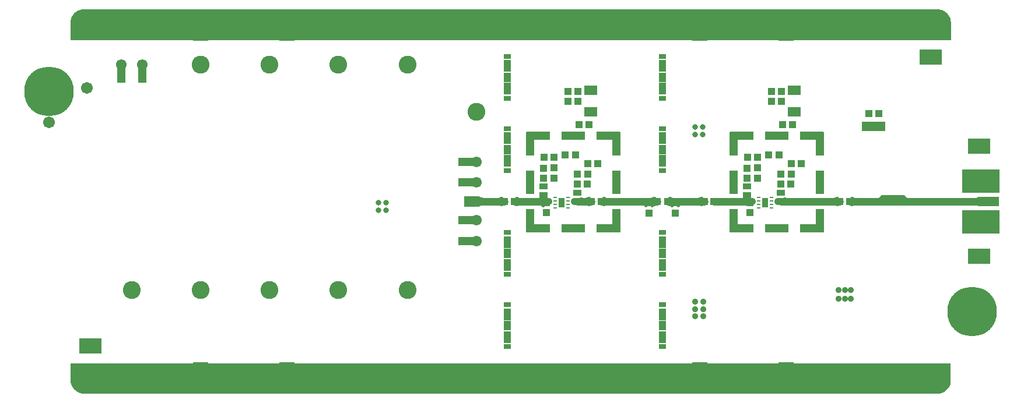
<source format=gts>
G04*
G04 #@! TF.GenerationSoftware,Altium Limited,Altium Designer,21.7.2 (23)*
G04*
G04 Layer_Color=8388736*
%FSLAX43Y43*%
%MOMM*%
G71*
G04*
G04 #@! TF.SameCoordinates,BD2E6C67-D46E-495A-B7F0-CE9B6F3DEFF6*
G04*
G04*
G04 #@! TF.FilePolarity,Negative*
G04*
G01*
G75*
%ADD14C,0.100*%
%ADD15R,5.425X3.500*%
%ADD16R,2.203X3.203*%
%ADD17R,3.203X2.203*%
%ADD18R,4.242X3.492*%
%ADD19R,3.049X1.409*%
%ADD20R,1.103X1.403*%
%ADD21R,1.103X1.703*%
%ADD22R,1.103X0.803*%
%ADD23R,1.003X1.103*%
%ADD24R,3.503X1.473*%
%ADD25R,1.223X0.843*%
%ADD26R,1.103X1.003*%
%ADD27R,0.556X0.179*%
%ADD28R,0.813X1.397*%
%ADD29R,3.503X1.203*%
%ADD30R,1.203X3.503*%
%ADD31R,1.903X1.453*%
%ADD32R,1.203X2.703*%
%ADD33C,1.703*%
%ADD34C,2.603*%
%ADD35C,1.403*%
%ADD36R,2.703X1.203*%
%ADD37R,2.008X1.508*%
%ADD38C,1.020*%
%ADD39C,1.083*%
%ADD40C,7.203*%
%ADD41C,0.600*%
%ADD42C,0.903*%
%ADD43C,0.803*%
%ADD44C,1.553*%
G36*
X165054Y102827D02*
X165400Y102684D01*
X165711Y102476D01*
X165976Y102211D01*
X166184Y101900D01*
X166327Y101554D01*
X166400Y101187D01*
Y101000D01*
Y98500D01*
X38600D01*
Y101000D01*
X38600Y101187D01*
X38673Y101554D01*
X38816Y101900D01*
X39024Y102211D01*
X39289Y102476D01*
X39600Y102684D01*
X39946Y102827D01*
X40313Y102900D01*
X40500D01*
X164500Y102900D01*
X164687D01*
X165054Y102827D01*
D02*
G37*
G36*
X159656Y75829D02*
X159665Y75829D01*
X159667Y75828D01*
X159669Y75828D01*
X159678Y75827D01*
X159687Y75826D01*
X159689Y75826D01*
X159691Y75825D01*
X159700Y75823D01*
X159708Y75822D01*
X159711Y75821D01*
X159713Y75821D01*
X159721Y75818D01*
X159730Y75815D01*
X159732Y75815D01*
X159734Y75814D01*
X159742Y75810D01*
X159750Y75807D01*
X159752Y75806D01*
X159754Y75805D01*
X159762Y75801D01*
X159770Y75797D01*
X159772Y75796D01*
X159774Y75795D01*
X159782Y75790D01*
X159789Y75786D01*
X159791Y75784D01*
X159793Y75783D01*
X159800Y75778D01*
X159807Y75773D01*
X159809Y75771D01*
X159810Y75770D01*
X159817Y75764D01*
X159824Y75758D01*
X159825Y75756D01*
X159827Y75755D01*
X159833Y75748D01*
X159839Y75742D01*
X159840Y75740D01*
X159842Y75738D01*
X159847Y75731D01*
X159853Y75724D01*
X159854Y75723D01*
X159855Y75721D01*
X159860Y75713D01*
X159865Y75706D01*
X159866Y75704D01*
X159867Y75702D01*
X159871Y75694D01*
X159875Y75686D01*
X159876Y75684D01*
X159877Y75682D01*
X159881Y75674D01*
X159884Y75666D01*
X159885Y75664D01*
X159886Y75662D01*
X159889Y75653D01*
X159891Y75645D01*
X159892Y75643D01*
X159893Y75641D01*
X159894Y75632D01*
X159897Y75624D01*
X159897Y75621D01*
X159897Y75619D01*
X159898Y75610D01*
X159900Y75602D01*
X159901Y75590D01*
X159906Y75587D01*
X159935Y75575D01*
X159983Y75562D01*
X160047Y75551D01*
X160127Y75544D01*
X160229Y75542D01*
X160236Y75541D01*
X160244Y75541D01*
X160247Y75540D01*
X160251Y75540D01*
X160258Y75539D01*
X160266Y75538D01*
X160269Y75537D01*
X160273Y75537D01*
X160280Y75535D01*
X160288Y75533D01*
X160291Y75532D01*
X160294Y75531D01*
X160302Y75529D01*
X160309Y75526D01*
X160312Y75525D01*
X160315Y75524D01*
X160322Y75521D01*
X160329Y75518D01*
X160332Y75516D01*
X160335Y75515D01*
X160342Y75511D01*
X160349Y75508D01*
X160352Y75506D01*
X160355Y75504D01*
X160361Y75500D01*
X160368Y75496D01*
X160370Y75494D01*
X160373Y75492D01*
X160379Y75487D01*
X160385Y75482D01*
X160388Y75480D01*
X160390Y75478D01*
X160396Y75473D01*
X160402Y75467D01*
X160404Y75465D01*
X160406Y75462D01*
X160411Y75457D01*
X160417Y75451D01*
X160419Y75448D01*
X160421Y75446D01*
X160425Y75439D01*
X160430Y75433D01*
X160432Y75430D01*
X160434Y75428D01*
X160438Y75421D01*
X160442Y75415D01*
X160444Y75412D01*
X160445Y75409D01*
X160449Y75402D01*
X160452Y75395D01*
X160454Y75392D01*
X160455Y75389D01*
X160458Y75382D01*
X160461Y75374D01*
X160462Y75371D01*
X160463Y75368D01*
X160465Y75361D01*
X160468Y75353D01*
X160468Y75350D01*
X160469Y75347D01*
X160471Y75339D01*
X160472Y75332D01*
X160473Y75328D01*
X160473Y75325D01*
X160474Y75317D01*
X160475Y75310D01*
X160475Y75306D01*
X160476Y75303D01*
X160476Y75295D01*
X160476Y75287D01*
Y74713D01*
X160476Y74703D01*
X160475Y74693D01*
X160475Y74691D01*
X160475Y74690D01*
X160474Y74681D01*
X160473Y74671D01*
X160472Y74669D01*
X160472Y74668D01*
X160470Y74659D01*
X160468Y74649D01*
X160468Y74648D01*
X160468Y74647D01*
X160465Y74637D01*
X160462Y74628D01*
X160461Y74627D01*
X160461Y74626D01*
X160457Y74616D01*
X160453Y74607D01*
X160453Y74606D01*
X160452Y74605D01*
X160448Y74596D01*
X160443Y74587D01*
X160443Y74586D01*
X160442Y74585D01*
X160437Y74577D01*
X160431Y74568D01*
X160431Y74568D01*
X160430Y74567D01*
X160424Y74559D01*
X160418Y74551D01*
X160417Y74550D01*
X160417Y74549D01*
X160410Y74542D01*
X160403Y74534D01*
X160402Y74534D01*
X160402Y74533D01*
X160394Y74526D01*
X160387Y74519D01*
X160386Y74518D01*
X160385Y74518D01*
X160377Y74512D01*
X160370Y74506D01*
X160369Y74505D01*
X160368Y74504D01*
X160359Y74499D01*
X160351Y74493D01*
X160350Y74493D01*
X160349Y74492D01*
X160340Y74488D01*
X160331Y74483D01*
X160330Y74483D01*
X160329Y74482D01*
X160320Y74478D01*
X160311Y74474D01*
X160310Y74474D01*
X160309Y74474D01*
X160299Y74471D01*
X160290Y74467D01*
X160289Y74467D01*
X160288Y74467D01*
X160278Y74465D01*
X160268Y74463D01*
X160267Y74462D01*
X160266Y74462D01*
X160256Y74461D01*
X160246Y74459D01*
X160245Y74459D01*
X160244Y74459D01*
X160234Y74459D01*
X160224Y74458D01*
X160123Y74457D01*
X159825Y74436D01*
X159825Y74436D01*
X159822Y74434D01*
X159818Y74430D01*
X159814Y74427D01*
X159810Y74423D01*
X159806Y74420D01*
X159801Y74416D01*
X159797Y74413D01*
X159793Y74410D01*
X159788Y74406D01*
X159783Y74403D01*
X159778Y74401D01*
X159774Y74398D01*
X159769Y74395D01*
X159763Y74392D01*
X159759Y74390D01*
X159754Y74388D01*
X159749Y74385D01*
X159743Y74383D01*
X159738Y74381D01*
X159734Y74379D01*
X159728Y74377D01*
X159722Y74375D01*
X159717Y74374D01*
X159713Y74372D01*
X159707Y74371D01*
X159701Y74370D01*
X159696Y74369D01*
X159691Y74368D01*
X159685Y74367D01*
X159679Y74366D01*
X159674Y74365D01*
X159669Y74365D01*
X159663Y74365D01*
X159657Y74364D01*
X159652Y74364D01*
X159647Y74364D01*
X159641Y74364D01*
X159635Y74364D01*
X159630Y74365D01*
X159625Y74365D01*
X159619Y74366D01*
X159613Y74366D01*
X159608Y74367D01*
X159603Y74368D01*
X159597Y74369D01*
X159591Y74370D01*
X159586Y74371D01*
X159581Y74372D01*
X159575Y74374D01*
X159569Y74376D01*
X159565Y74378D01*
X159560Y74379D01*
X159554Y74382D01*
X159549Y74384D01*
X159544Y74386D01*
X159540Y74388D01*
X159534Y74390D01*
X159529Y74393D01*
X159524Y74396D01*
X159520Y74398D01*
X159515Y74401D01*
X159509Y74404D01*
X159505Y74407D01*
X159501Y74410D01*
X159496Y74413D01*
X159491Y74417D01*
X159487Y74420D01*
X159484Y74423D01*
X159479Y74427D01*
X159474Y74431D01*
X159471Y74435D01*
X159467Y74438D01*
X159463Y74443D01*
X159459Y74447D01*
X159456Y74451D01*
X159452Y74455D01*
X159448Y74459D01*
X159445Y74464D01*
X159442Y74468D01*
X159439Y74472D01*
X159435Y74477D01*
X159432Y74482D01*
X159429Y74487D01*
X159427Y74491D01*
X159424Y74496D01*
X159421Y74502D01*
X159419Y74506D01*
X159417Y74511D01*
X159414Y74516D01*
X159412Y74522D01*
X159410Y74526D01*
X159408Y74531D01*
X159406Y74537D01*
X159404Y74543D01*
X159403Y74548D01*
X159401Y74552D01*
X159400Y74558D01*
X159398Y74564D01*
X159398Y74569D01*
X159397Y74574D01*
X159396Y74580D01*
X159395Y74586D01*
X159394Y74591D01*
X159394Y74596D01*
X159393Y74602D01*
X159393Y74608D01*
X159393Y74613D01*
X159393Y74618D01*
Y75575D01*
X159393Y75584D01*
X159393Y75593D01*
X159394Y75595D01*
X159394Y75597D01*
X159395Y75606D01*
X159396Y75615D01*
X159396Y75617D01*
X159397Y75619D01*
X159398Y75628D01*
X159400Y75636D01*
X159401Y75639D01*
X159401Y75641D01*
X159404Y75649D01*
X159407Y75658D01*
X159407Y75660D01*
X159408Y75662D01*
X159411Y75670D01*
X159415Y75678D01*
X159416Y75680D01*
X159417Y75682D01*
X159421Y75690D01*
X159425Y75698D01*
X159426Y75700D01*
X159427Y75702D01*
X159432Y75710D01*
X159436Y75717D01*
X159437Y75719D01*
X159439Y75721D01*
X159444Y75728D01*
X159449Y75735D01*
X159451Y75737D01*
X159452Y75738D01*
X159458Y75745D01*
X159464Y75752D01*
X159466Y75753D01*
X159467Y75755D01*
X159474Y75761D01*
X159480Y75767D01*
X159482Y75768D01*
X159484Y75770D01*
X159491Y75775D01*
X159497Y75781D01*
X159499Y75782D01*
X159501Y75783D01*
X159509Y75788D01*
X159516Y75793D01*
X159518Y75794D01*
X159520Y75795D01*
X159528Y75799D01*
X159535Y75803D01*
X159538Y75804D01*
X159540Y75805D01*
X159548Y75809D01*
X159556Y75812D01*
X159558Y75813D01*
X159560Y75814D01*
X159568Y75817D01*
X159577Y75819D01*
X159579Y75820D01*
X159581Y75821D01*
X159590Y75822D01*
X159598Y75825D01*
X159601Y75825D01*
X159603Y75825D01*
X159612Y75827D01*
X159620Y75828D01*
X159623Y75828D01*
X159625Y75828D01*
X159634Y75829D01*
X159642Y75829D01*
X159645Y75829D01*
X159647Y75829D01*
X159656Y75829D01*
D02*
G37*
G36*
X97875Y75730D02*
X97886Y75730D01*
X97886Y75730D01*
X97887Y75730D01*
X97897Y75728D01*
X97908Y75727D01*
X97908Y75727D01*
X97909Y75727D01*
X97919Y75725D01*
X97929Y75722D01*
X97930Y75722D01*
X97930Y75722D01*
X97940Y75719D01*
X97950Y75716D01*
X97951Y75716D01*
X97952Y75715D01*
X97962Y75711D01*
X97971Y75707D01*
X97972Y75707D01*
X97972Y75707D01*
X97982Y75702D01*
X97991Y75697D01*
X97991Y75697D01*
X97992Y75697D01*
X98001Y75691D01*
X98009Y75685D01*
X98052Y75656D01*
X98089Y75635D01*
X98132Y75615D01*
X98181Y75597D01*
X98236Y75581D01*
X98297Y75567D01*
X98361Y75557D01*
X98519Y75543D01*
X98607Y75542D01*
X98615Y75541D01*
X98624Y75541D01*
X98626Y75540D01*
X98629Y75540D01*
X98637Y75539D01*
X98646Y75538D01*
X98648Y75537D01*
X98651Y75537D01*
X98659Y75535D01*
X98667Y75533D01*
X98670Y75532D01*
X98672Y75532D01*
X98680Y75529D01*
X98689Y75526D01*
X98691Y75525D01*
X98693Y75525D01*
X98701Y75521D01*
X98709Y75518D01*
X98711Y75517D01*
X98714Y75516D01*
X98721Y75512D01*
X98729Y75508D01*
X98731Y75506D01*
X98733Y75505D01*
X98740Y75500D01*
X98747Y75496D01*
X98749Y75494D01*
X98752Y75493D01*
X98758Y75488D01*
X98765Y75482D01*
X98767Y75481D01*
X98769Y75479D01*
X98775Y75473D01*
X98781Y75467D01*
X98783Y75465D01*
X98785Y75464D01*
X98791Y75457D01*
X98796Y75451D01*
X98798Y75449D01*
X98800Y75447D01*
X98805Y75440D01*
X98810Y75433D01*
X98811Y75431D01*
X98813Y75429D01*
X98817Y75422D01*
X98822Y75415D01*
X98823Y75412D01*
X98824Y75410D01*
X98828Y75403D01*
X98832Y75395D01*
X98833Y75393D01*
X98834Y75390D01*
X98837Y75382D01*
X98841Y75374D01*
X98841Y75372D01*
X98842Y75370D01*
X98845Y75361D01*
X98847Y75353D01*
X98848Y75351D01*
X98848Y75348D01*
X98850Y75340D01*
X98852Y75332D01*
X98852Y75329D01*
X98853Y75327D01*
X98854Y75318D01*
X98855Y75310D01*
X98855Y75307D01*
X98855Y75305D01*
X98855Y75296D01*
X98856Y75287D01*
Y74713D01*
X98855Y74704D01*
X98855Y74695D01*
X98855Y74693D01*
X98855Y74690D01*
X98854Y74682D01*
X98853Y74673D01*
X98852Y74671D01*
X98852Y74668D01*
X98850Y74660D01*
X98848Y74652D01*
X98848Y74649D01*
X98847Y74647D01*
X98845Y74639D01*
X98842Y74630D01*
X98841Y74628D01*
X98841Y74626D01*
X98837Y74618D01*
X98834Y74610D01*
X98833Y74607D01*
X98832Y74605D01*
X98828Y74597D01*
X98824Y74590D01*
X98823Y74588D01*
X98822Y74585D01*
X98817Y74578D01*
X98813Y74571D01*
X98811Y74569D01*
X98810Y74567D01*
X98805Y74560D01*
X98800Y74553D01*
X98798Y74551D01*
X98796Y74549D01*
X98791Y74543D01*
X98785Y74536D01*
X98783Y74535D01*
X98781Y74533D01*
X98775Y74527D01*
X98769Y74521D01*
X98767Y74519D01*
X98765Y74518D01*
X98758Y74513D01*
X98752Y74507D01*
X98749Y74506D01*
X98747Y74504D01*
X98740Y74500D01*
X98733Y74495D01*
X98731Y74494D01*
X98729Y74492D01*
X98721Y74488D01*
X98714Y74484D01*
X98711Y74483D01*
X98709Y74482D01*
X98701Y74479D01*
X98693Y74475D01*
X98691Y74475D01*
X98689Y74474D01*
X98680Y74471D01*
X98672Y74468D01*
X98670Y74468D01*
X98667Y74467D01*
X98659Y74465D01*
X98651Y74463D01*
X98648Y74463D01*
X98646Y74462D01*
X98637Y74461D01*
X98629Y74460D01*
X98626Y74460D01*
X98624Y74459D01*
X98615Y74459D01*
X98607Y74458D01*
X98519Y74457D01*
X98361Y74443D01*
X98297Y74433D01*
X98236Y74419D01*
X98181Y74403D01*
X98132Y74385D01*
X98089Y74365D01*
X98052Y74344D01*
X98009Y74315D01*
X98001Y74309D01*
X97992Y74303D01*
X97991Y74303D01*
X97991Y74303D01*
X97982Y74298D01*
X97972Y74293D01*
X97972Y74293D01*
X97971Y74293D01*
X97962Y74289D01*
X97952Y74285D01*
X97951Y74284D01*
X97950Y74284D01*
X97940Y74281D01*
X97930Y74278D01*
X97930Y74278D01*
X97929Y74278D01*
X97919Y74275D01*
X97909Y74273D01*
X97908Y74273D01*
X97908Y74273D01*
X97897Y74272D01*
X97887Y74270D01*
X97886Y74270D01*
X97886Y74270D01*
X97875Y74270D01*
X97865Y74269D01*
X97864Y74269D01*
X97863Y74269D01*
X97853Y74270D01*
X97843Y74270D01*
X97842Y74270D01*
X97841Y74270D01*
X97831Y74272D01*
X97821Y74273D01*
X97820Y74273D01*
X97819Y74273D01*
X97809Y74276D01*
X97799Y74278D01*
X97798Y74278D01*
X97798Y74278D01*
X97788Y74281D01*
X97778Y74285D01*
X97777Y74285D01*
X97777Y74285D01*
X97767Y74289D01*
X97757Y74293D01*
X97757Y74293D01*
X97756Y74294D01*
X97747Y74298D01*
X97738Y74303D01*
X97737Y74304D01*
X97737Y74304D01*
X97728Y74310D01*
X97719Y74315D01*
X97718Y74316D01*
X97718Y74316D01*
X97710Y74322D01*
X97701Y74329D01*
X97701Y74329D01*
X97700Y74330D01*
X97693Y74336D01*
X97685Y74344D01*
X97684Y74344D01*
X97684Y74345D01*
X97677Y74352D01*
X97670Y74360D01*
X97670Y74361D01*
X97669Y74361D01*
X97663Y74369D01*
X97656Y74378D01*
X97656Y74378D01*
X97656Y74379D01*
X97650Y74387D01*
X97645Y74396D01*
X97644Y74397D01*
X97644Y74398D01*
X97639Y74407D01*
X97634Y74416D01*
X97634Y74417D01*
X97634Y74417D01*
X97630Y74426D01*
X97626Y74437D01*
X97626Y74437D01*
X97625Y74438D01*
X97622Y74448D01*
X97619Y74458D01*
X97619Y74458D01*
X97619Y74459D01*
X97617Y74469D01*
X97614Y74479D01*
X97614Y74480D01*
X97614Y74481D01*
X97613Y74491D01*
X97611Y74501D01*
X97611Y74502D01*
X97611Y74503D01*
X97611Y74513D01*
X97610Y74524D01*
Y75476D01*
X97611Y75487D01*
X97611Y75497D01*
X97611Y75498D01*
X97611Y75499D01*
X97613Y75509D01*
X97614Y75519D01*
X97614Y75520D01*
X97614Y75521D01*
X97617Y75530D01*
X97619Y75541D01*
X97619Y75542D01*
X97619Y75542D01*
X97622Y75552D01*
X97625Y75562D01*
X97626Y75563D01*
X97626Y75563D01*
X97630Y75573D01*
X97634Y75583D01*
X97634Y75583D01*
X97634Y75584D01*
X97639Y75593D01*
X97644Y75602D01*
X97644Y75603D01*
X97645Y75604D01*
X97650Y75612D01*
X97656Y75621D01*
X97656Y75622D01*
X97656Y75622D01*
X97663Y75631D01*
X97669Y75639D01*
X97670Y75639D01*
X97670Y75640D01*
X97677Y75648D01*
X97684Y75655D01*
X97684Y75656D01*
X97685Y75656D01*
X97693Y75664D01*
X97700Y75670D01*
X97701Y75671D01*
X97701Y75671D01*
X97710Y75678D01*
X97718Y75684D01*
X97718Y75684D01*
X97719Y75685D01*
X97728Y75690D01*
X97737Y75696D01*
X97737Y75696D01*
X97738Y75697D01*
X97747Y75701D01*
X97756Y75706D01*
X97757Y75707D01*
X97757Y75707D01*
X97767Y75711D01*
X97777Y75715D01*
X97777Y75715D01*
X97778Y75715D01*
X97788Y75719D01*
X97798Y75722D01*
X97798Y75722D01*
X97799Y75722D01*
X97809Y75724D01*
X97819Y75727D01*
X97820Y75727D01*
X97821Y75727D01*
X97831Y75728D01*
X97841Y75730D01*
X97842Y75730D01*
X97843Y75730D01*
X97853Y75730D01*
X97863Y75731D01*
X97864Y75731D01*
X97865Y75731D01*
X97875Y75730D01*
D02*
G37*
G36*
X103406Y75701D02*
X103416Y75700D01*
X103417Y75700D01*
X103419Y75700D01*
X103428Y75699D01*
X103438Y75698D01*
X103439Y75698D01*
X103441Y75697D01*
X103450Y75695D01*
X103460Y75693D01*
X103461Y75693D01*
X103463Y75693D01*
X103472Y75690D01*
X103481Y75687D01*
X103482Y75686D01*
X103484Y75686D01*
X103493Y75682D01*
X103501Y75679D01*
X103503Y75678D01*
X103504Y75677D01*
X103513Y75673D01*
X103521Y75669D01*
X103523Y75668D01*
X103524Y75667D01*
X103532Y75662D01*
X103540Y75657D01*
X103541Y75656D01*
X103543Y75655D01*
X103550Y75650D01*
X103558Y75644D01*
X103559Y75643D01*
X103560Y75642D01*
X103567Y75635D01*
X103574Y75629D01*
X103576Y75628D01*
X103577Y75627D01*
X103583Y75620D01*
X103590Y75613D01*
X103591Y75612D01*
X103592Y75610D01*
X103597Y75603D01*
X103603Y75595D01*
X103604Y75594D01*
X103605Y75593D01*
X103610Y75585D01*
X103615Y75577D01*
X103616Y75575D01*
X103617Y75574D01*
X103619Y75570D01*
X103651Y75563D01*
X103709Y75554D01*
X103781Y75548D01*
X103980Y75542D01*
X103987Y75541D01*
X103994Y75541D01*
X103998Y75540D01*
X104002Y75540D01*
X104009Y75539D01*
X104016Y75538D01*
X104020Y75537D01*
X104024Y75536D01*
X104031Y75535D01*
X104038Y75533D01*
X104041Y75532D01*
X104045Y75531D01*
X104052Y75529D01*
X104059Y75526D01*
X104063Y75525D01*
X104066Y75524D01*
X104073Y75521D01*
X104079Y75518D01*
X104083Y75516D01*
X104086Y75515D01*
X104093Y75511D01*
X104099Y75508D01*
X104102Y75506D01*
X104106Y75504D01*
X104112Y75500D01*
X104118Y75496D01*
X104121Y75493D01*
X104124Y75491D01*
X104130Y75487D01*
X104135Y75482D01*
X104138Y75480D01*
X104141Y75477D01*
X104146Y75472D01*
X104152Y75467D01*
X104154Y75464D01*
X104157Y75462D01*
X104162Y75456D01*
X104167Y75451D01*
X104169Y75448D01*
X104172Y75445D01*
X104176Y75439D01*
X104180Y75433D01*
X104182Y75430D01*
X104185Y75427D01*
X104188Y75421D01*
X104192Y75415D01*
X104194Y75411D01*
X104196Y75408D01*
X104199Y75401D01*
X104202Y75395D01*
X104204Y75391D01*
X104206Y75388D01*
X104208Y75381D01*
X104211Y75374D01*
X104212Y75371D01*
X104213Y75367D01*
X104215Y75360D01*
X104218Y75353D01*
X104218Y75349D01*
X104219Y75346D01*
X104221Y75339D01*
X104222Y75332D01*
X104223Y75328D01*
X104224Y75324D01*
X104224Y75317D01*
X104225Y75310D01*
X104225Y75306D01*
X104226Y75302D01*
X104226Y75295D01*
X104226Y75287D01*
Y74713D01*
X104226Y74703D01*
X104226Y74694D01*
X104225Y74692D01*
X104225Y74690D01*
X104224Y74681D01*
X104223Y74672D01*
X104223Y74670D01*
X104222Y74668D01*
X104220Y74659D01*
X104218Y74650D01*
X104218Y74648D01*
X104218Y74647D01*
X104215Y74638D01*
X104212Y74629D01*
X104211Y74627D01*
X104211Y74626D01*
X104207Y74617D01*
X104204Y74608D01*
X104203Y74607D01*
X104202Y74605D01*
X104198Y74597D01*
X104194Y74589D01*
X104193Y74587D01*
X104192Y74585D01*
X104187Y74578D01*
X104182Y74570D01*
X104181Y74568D01*
X104180Y74567D01*
X104175Y74559D01*
X104169Y74552D01*
X104168Y74551D01*
X104167Y74549D01*
X104160Y74542D01*
X104154Y74535D01*
X104153Y74534D01*
X104152Y74533D01*
X104145Y74527D01*
X104138Y74520D01*
X104137Y74519D01*
X104135Y74518D01*
X104128Y74512D01*
X104121Y74506D01*
X104119Y74505D01*
X104118Y74504D01*
X104110Y74499D01*
X104102Y74494D01*
X104101Y74493D01*
X104099Y74492D01*
X104091Y74488D01*
X104083Y74484D01*
X104081Y74483D01*
X104079Y74482D01*
X104071Y74479D01*
X104062Y74475D01*
X104061Y74474D01*
X104059Y74474D01*
X104050Y74471D01*
X104041Y74468D01*
X104040Y74467D01*
X104038Y74467D01*
X104029Y74465D01*
X104020Y74463D01*
X104018Y74463D01*
X104016Y74462D01*
X104007Y74461D01*
X103998Y74460D01*
X103996Y74459D01*
X103994Y74459D01*
X103985Y74459D01*
X103976Y74458D01*
X103873Y74457D01*
X103706Y74445D01*
X103651Y74437D01*
X103619Y74430D01*
X103617Y74426D01*
X103616Y74425D01*
X103615Y74423D01*
X103610Y74415D01*
X103605Y74407D01*
X103604Y74406D01*
X103603Y74405D01*
X103597Y74397D01*
X103592Y74390D01*
X103591Y74388D01*
X103590Y74387D01*
X103583Y74380D01*
X103577Y74373D01*
X103576Y74372D01*
X103574Y74371D01*
X103567Y74365D01*
X103560Y74358D01*
X103559Y74357D01*
X103558Y74356D01*
X103550Y74351D01*
X103543Y74345D01*
X103541Y74344D01*
X103540Y74343D01*
X103532Y74338D01*
X103524Y74333D01*
X103523Y74332D01*
X103521Y74331D01*
X103513Y74327D01*
X103504Y74323D01*
X103503Y74322D01*
X103501Y74321D01*
X103493Y74318D01*
X103484Y74314D01*
X103482Y74314D01*
X103481Y74313D01*
X103472Y74310D01*
X103463Y74307D01*
X103461Y74307D01*
X103460Y74307D01*
X103450Y74305D01*
X103441Y74303D01*
X103439Y74302D01*
X103438Y74302D01*
X103428Y74301D01*
X103419Y74300D01*
X103417Y74300D01*
X103416Y74300D01*
X103406Y74299D01*
X103397Y74299D01*
X103395Y74299D01*
X103394Y74299D01*
X103384Y74299D01*
X103375Y74300D01*
X103373Y74300D01*
X103371Y74300D01*
X103362Y74301D01*
X103353Y74303D01*
X103351Y74303D01*
X103350Y74303D01*
X103340Y74305D01*
X103331Y74307D01*
X103330Y74308D01*
X103328Y74308D01*
X103319Y74311D01*
X103310Y74314D01*
X103308Y74315D01*
X103307Y74315D01*
X103298Y74319D01*
X103289Y74323D01*
X103288Y74323D01*
X103287Y74324D01*
X103278Y74328D01*
X103270Y74333D01*
X103268Y74334D01*
X103267Y74335D01*
X103259Y74340D01*
X103251Y74345D01*
X103250Y74346D01*
X103248Y74347D01*
X103241Y74353D01*
X103234Y74358D01*
X103232Y74359D01*
X103231Y74360D01*
X103224Y74367D01*
X103217Y74373D01*
X103216Y74374D01*
X103215Y74376D01*
X103209Y74383D01*
X103202Y74390D01*
X103201Y74391D01*
X103200Y74392D01*
X103194Y74400D01*
X103189Y74407D01*
X103188Y74409D01*
X103187Y74410D01*
X103182Y74418D01*
X103177Y74426D01*
X103176Y74427D01*
X103175Y74429D01*
X103171Y74437D01*
X103167Y74446D01*
X103166Y74447D01*
X103165Y74449D01*
X103162Y74457D01*
X103158Y74466D01*
X103158Y74468D01*
X103157Y74469D01*
X103154Y74478D01*
X103151Y74487D01*
X103151Y74489D01*
X103151Y74490D01*
X103149Y74500D01*
X103147Y74509D01*
X103146Y74511D01*
X103146Y74512D01*
X103145Y74522D01*
X103144Y74531D01*
X103144Y74533D01*
X103143Y74534D01*
X103143Y74544D01*
X103143Y74553D01*
Y75447D01*
X103143Y75456D01*
X103143Y75466D01*
X103144Y75467D01*
X103144Y75469D01*
X103145Y75478D01*
X103146Y75488D01*
X103146Y75489D01*
X103147Y75491D01*
X103149Y75500D01*
X103151Y75510D01*
X103151Y75511D01*
X103151Y75513D01*
X103154Y75522D01*
X103157Y75531D01*
X103158Y75532D01*
X103158Y75534D01*
X103162Y75543D01*
X103165Y75551D01*
X103166Y75553D01*
X103167Y75554D01*
X103171Y75563D01*
X103175Y75571D01*
X103176Y75573D01*
X103177Y75574D01*
X103182Y75582D01*
X103187Y75590D01*
X103188Y75591D01*
X103189Y75593D01*
X103194Y75600D01*
X103200Y75608D01*
X103201Y75609D01*
X103202Y75610D01*
X103209Y75617D01*
X103215Y75624D01*
X103216Y75626D01*
X103217Y75627D01*
X103224Y75633D01*
X103231Y75640D01*
X103232Y75641D01*
X103234Y75642D01*
X103241Y75647D01*
X103248Y75653D01*
X103250Y75654D01*
X103251Y75655D01*
X103259Y75660D01*
X103267Y75665D01*
X103268Y75666D01*
X103270Y75667D01*
X103278Y75672D01*
X103287Y75676D01*
X103288Y75677D01*
X103289Y75677D01*
X103298Y75681D01*
X103307Y75685D01*
X103308Y75685D01*
X103310Y75686D01*
X103319Y75689D01*
X103328Y75692D01*
X103330Y75692D01*
X103331Y75693D01*
X103340Y75695D01*
X103350Y75697D01*
X103351Y75697D01*
X103353Y75697D01*
X103362Y75699D01*
X103371Y75700D01*
X103373Y75700D01*
X103375Y75700D01*
X103384Y75701D01*
X103394Y75701D01*
X103395Y75701D01*
X103397Y75701D01*
X103406Y75701D01*
D02*
G37*
G36*
X152106Y75701D02*
X152116Y75700D01*
X152117Y75700D01*
X152119Y75700D01*
X152128Y75699D01*
X152138Y75698D01*
X152139Y75698D01*
X152141Y75697D01*
X152150Y75695D01*
X152160Y75693D01*
X152161Y75693D01*
X152163Y75693D01*
X152172Y75690D01*
X152181Y75687D01*
X152182Y75686D01*
X152184Y75686D01*
X152193Y75682D01*
X152201Y75679D01*
X152203Y75678D01*
X152204Y75677D01*
X152213Y75673D01*
X152221Y75669D01*
X152223Y75668D01*
X152224Y75667D01*
X152232Y75662D01*
X152240Y75657D01*
X152241Y75656D01*
X152243Y75655D01*
X152250Y75650D01*
X152258Y75644D01*
X152259Y75643D01*
X152260Y75642D01*
X152267Y75635D01*
X152274Y75629D01*
X152275Y75628D01*
X152277Y75627D01*
X152283Y75620D01*
X152290Y75613D01*
X152291Y75612D01*
X152292Y75610D01*
X152297Y75603D01*
X152303Y75595D01*
X152304Y75594D01*
X152305Y75593D01*
X152310Y75585D01*
X152315Y75577D01*
X152316Y75575D01*
X152317Y75574D01*
X152319Y75570D01*
X152351Y75563D01*
X152409Y75554D01*
X152481Y75548D01*
X152680Y75542D01*
X152687Y75541D01*
X152694Y75541D01*
X152698Y75540D01*
X152702Y75540D01*
X152709Y75539D01*
X152716Y75538D01*
X152720Y75537D01*
X152724Y75536D01*
X152731Y75535D01*
X152738Y75533D01*
X152742Y75532D01*
X152745Y75531D01*
X152752Y75529D01*
X152759Y75526D01*
X152763Y75525D01*
X152766Y75524D01*
X152773Y75521D01*
X152779Y75518D01*
X152783Y75516D01*
X152786Y75515D01*
X152793Y75511D01*
X152799Y75508D01*
X152802Y75506D01*
X152806Y75504D01*
X152812Y75500D01*
X152818Y75496D01*
X152821Y75493D01*
X152824Y75491D01*
X152830Y75487D01*
X152835Y75482D01*
X152838Y75480D01*
X152841Y75477D01*
X152846Y75472D01*
X152852Y75467D01*
X152854Y75464D01*
X152857Y75462D01*
X152862Y75456D01*
X152867Y75451D01*
X152869Y75448D01*
X152872Y75445D01*
X152876Y75439D01*
X152880Y75433D01*
X152882Y75430D01*
X152885Y75427D01*
X152888Y75421D01*
X152892Y75415D01*
X152894Y75411D01*
X152896Y75408D01*
X152899Y75401D01*
X152902Y75395D01*
X152904Y75391D01*
X152906Y75388D01*
X152908Y75381D01*
X152911Y75374D01*
X152912Y75371D01*
X152913Y75367D01*
X152915Y75360D01*
X152918Y75353D01*
X152918Y75349D01*
X152919Y75346D01*
X152921Y75339D01*
X152922Y75332D01*
X152923Y75328D01*
X152924Y75324D01*
X152924Y75317D01*
X152925Y75310D01*
X152925Y75306D01*
X152926Y75302D01*
X152926Y75295D01*
X152926Y75287D01*
Y74713D01*
X152926Y74703D01*
X152926Y74694D01*
X152925Y74692D01*
X152925Y74690D01*
X152924Y74681D01*
X152923Y74672D01*
X152923Y74670D01*
X152922Y74668D01*
X152920Y74659D01*
X152918Y74650D01*
X152918Y74648D01*
X152918Y74647D01*
X152915Y74638D01*
X152912Y74629D01*
X152911Y74627D01*
X152911Y74626D01*
X152907Y74617D01*
X152904Y74608D01*
X152903Y74607D01*
X152902Y74605D01*
X152898Y74597D01*
X152894Y74589D01*
X152893Y74587D01*
X152892Y74585D01*
X152887Y74578D01*
X152882Y74570D01*
X152881Y74568D01*
X152880Y74567D01*
X152875Y74559D01*
X152869Y74552D01*
X152868Y74551D01*
X152867Y74549D01*
X152860Y74542D01*
X152854Y74535D01*
X152853Y74534D01*
X152852Y74533D01*
X152845Y74527D01*
X152838Y74520D01*
X152837Y74519D01*
X152835Y74518D01*
X152828Y74512D01*
X152821Y74506D01*
X152819Y74505D01*
X152818Y74504D01*
X152810Y74499D01*
X152802Y74494D01*
X152801Y74493D01*
X152799Y74492D01*
X152791Y74488D01*
X152783Y74484D01*
X152781Y74483D01*
X152779Y74482D01*
X152771Y74479D01*
X152762Y74475D01*
X152761Y74474D01*
X152759Y74474D01*
X152750Y74471D01*
X152741Y74468D01*
X152740Y74467D01*
X152738Y74467D01*
X152729Y74465D01*
X152720Y74463D01*
X152718Y74463D01*
X152716Y74462D01*
X152707Y74461D01*
X152698Y74460D01*
X152696Y74459D01*
X152694Y74459D01*
X152685Y74459D01*
X152676Y74458D01*
X152573Y74457D01*
X152406Y74445D01*
X152351Y74437D01*
X152319Y74430D01*
X152317Y74426D01*
X152316Y74425D01*
X152315Y74423D01*
X152310Y74415D01*
X152305Y74407D01*
X152304Y74406D01*
X152303Y74405D01*
X152297Y74397D01*
X152292Y74390D01*
X152291Y74388D01*
X152290Y74387D01*
X152283Y74380D01*
X152277Y74373D01*
X152275Y74372D01*
X152274Y74371D01*
X152267Y74365D01*
X152260Y74358D01*
X152259Y74357D01*
X152258Y74356D01*
X152250Y74351D01*
X152243Y74345D01*
X152241Y74344D01*
X152240Y74343D01*
X152232Y74338D01*
X152224Y74333D01*
X152223Y74332D01*
X152221Y74331D01*
X152213Y74327D01*
X152204Y74323D01*
X152203Y74322D01*
X152201Y74321D01*
X152193Y74318D01*
X152184Y74314D01*
X152182Y74314D01*
X152181Y74313D01*
X152172Y74310D01*
X152163Y74307D01*
X152161Y74307D01*
X152160Y74307D01*
X152150Y74305D01*
X152141Y74303D01*
X152139Y74302D01*
X152138Y74302D01*
X152128Y74301D01*
X152119Y74300D01*
X152117Y74300D01*
X152116Y74300D01*
X152106Y74299D01*
X152097Y74299D01*
X152095Y74299D01*
X152094Y74299D01*
X152084Y74299D01*
X152075Y74300D01*
X152073Y74300D01*
X152071Y74300D01*
X152062Y74301D01*
X152053Y74303D01*
X152051Y74303D01*
X152050Y74303D01*
X152040Y74305D01*
X152031Y74307D01*
X152030Y74308D01*
X152028Y74308D01*
X152019Y74311D01*
X152010Y74314D01*
X152008Y74315D01*
X152007Y74315D01*
X151998Y74319D01*
X151990Y74323D01*
X151988Y74323D01*
X151987Y74324D01*
X151978Y74328D01*
X151970Y74333D01*
X151968Y74334D01*
X151967Y74335D01*
X151959Y74340D01*
X151951Y74345D01*
X151950Y74346D01*
X151948Y74347D01*
X151941Y74353D01*
X151934Y74358D01*
X151932Y74359D01*
X151931Y74360D01*
X151924Y74367D01*
X151917Y74373D01*
X151916Y74374D01*
X151915Y74376D01*
X151909Y74383D01*
X151902Y74390D01*
X151901Y74391D01*
X151900Y74392D01*
X151894Y74400D01*
X151889Y74407D01*
X151888Y74409D01*
X151887Y74410D01*
X151882Y74418D01*
X151877Y74426D01*
X151876Y74427D01*
X151875Y74429D01*
X151871Y74437D01*
X151867Y74446D01*
X151866Y74447D01*
X151865Y74449D01*
X151862Y74457D01*
X151858Y74466D01*
X151858Y74468D01*
X151857Y74469D01*
X151854Y74478D01*
X151851Y74487D01*
X151851Y74489D01*
X151851Y74490D01*
X151849Y74500D01*
X151847Y74509D01*
X151846Y74511D01*
X151846Y74512D01*
X151845Y74522D01*
X151844Y74531D01*
X151844Y74533D01*
X151843Y74534D01*
X151843Y74544D01*
X151843Y74553D01*
Y75447D01*
X151843Y75456D01*
X151843Y75466D01*
X151844Y75467D01*
X151844Y75469D01*
X151845Y75478D01*
X151846Y75488D01*
X151846Y75489D01*
X151847Y75491D01*
X151849Y75500D01*
X151851Y75510D01*
X151851Y75511D01*
X151851Y75513D01*
X151854Y75522D01*
X151857Y75531D01*
X151858Y75532D01*
X151858Y75534D01*
X151862Y75543D01*
X151865Y75551D01*
X151866Y75553D01*
X151867Y75554D01*
X151871Y75563D01*
X151875Y75571D01*
X151876Y75573D01*
X151877Y75574D01*
X151882Y75582D01*
X151887Y75590D01*
X151888Y75591D01*
X151889Y75593D01*
X151894Y75600D01*
X151900Y75608D01*
X151901Y75609D01*
X151902Y75610D01*
X151909Y75617D01*
X151915Y75624D01*
X151916Y75626D01*
X151917Y75627D01*
X151924Y75633D01*
X151931Y75640D01*
X151932Y75641D01*
X151934Y75642D01*
X151941Y75647D01*
X151948Y75653D01*
X151950Y75654D01*
X151951Y75655D01*
X151959Y75660D01*
X151967Y75665D01*
X151968Y75666D01*
X151970Y75667D01*
X151978Y75671D01*
X151987Y75676D01*
X151988Y75677D01*
X151990Y75677D01*
X151998Y75681D01*
X152007Y75685D01*
X152008Y75685D01*
X152010Y75686D01*
X152019Y75689D01*
X152028Y75692D01*
X152030Y75692D01*
X152031Y75693D01*
X152040Y75695D01*
X152050Y75697D01*
X152051Y75697D01*
X152053Y75697D01*
X152062Y75699D01*
X152071Y75700D01*
X152073Y75700D01*
X152075Y75700D01*
X152084Y75701D01*
X152094Y75701D01*
X152095Y75701D01*
X152097Y75701D01*
X152106Y75701D01*
D02*
G37*
G36*
X125668D02*
X125678Y75700D01*
X125679Y75700D01*
X125681Y75700D01*
X125690Y75699D01*
X125700Y75698D01*
X125701Y75698D01*
X125703Y75697D01*
X125712Y75695D01*
X125722Y75693D01*
X125723Y75693D01*
X125725Y75693D01*
X125734Y75690D01*
X125743Y75687D01*
X125744Y75686D01*
X125746Y75686D01*
X125755Y75682D01*
X125763Y75679D01*
X125765Y75678D01*
X125766Y75677D01*
X125775Y75673D01*
X125783Y75669D01*
X125785Y75668D01*
X125786Y75667D01*
X125794Y75662D01*
X125802Y75657D01*
X125803Y75656D01*
X125805Y75655D01*
X125812Y75650D01*
X125820Y75644D01*
X125821Y75643D01*
X125822Y75642D01*
X125829Y75635D01*
X125836Y75629D01*
X125838Y75628D01*
X125839Y75627D01*
X125845Y75620D01*
X125852Y75613D01*
X125853Y75612D01*
X125854Y75610D01*
X125859Y75603D01*
X125865Y75595D01*
X125866Y75594D01*
X125867Y75593D01*
X125872Y75585D01*
X125877Y75577D01*
X125878Y75575D01*
X125879Y75574D01*
X125881Y75570D01*
X125913Y75563D01*
X125971Y75554D01*
X126043Y75548D01*
X126242Y75542D01*
X126249Y75541D01*
X126256Y75541D01*
X126260Y75540D01*
X126264Y75540D01*
X126271Y75539D01*
X126278Y75538D01*
X126282Y75537D01*
X126286Y75536D01*
X126293Y75535D01*
X126300Y75533D01*
X126303Y75532D01*
X126307Y75531D01*
X126314Y75529D01*
X126321Y75526D01*
X126325Y75525D01*
X126328Y75524D01*
X126335Y75521D01*
X126341Y75518D01*
X126345Y75516D01*
X126348Y75515D01*
X126355Y75511D01*
X126361Y75508D01*
X126364Y75506D01*
X126368Y75504D01*
X126374Y75500D01*
X126380Y75496D01*
X126383Y75493D01*
X126386Y75491D01*
X126392Y75487D01*
X126397Y75482D01*
X126400Y75480D01*
X126403Y75477D01*
X126408Y75472D01*
X126414Y75467D01*
X126416Y75464D01*
X126419Y75462D01*
X126424Y75456D01*
X126429Y75451D01*
X126431Y75448D01*
X126434Y75445D01*
X126438Y75439D01*
X126442Y75433D01*
X126444Y75430D01*
X126447Y75427D01*
X126450Y75421D01*
X126454Y75415D01*
X126456Y75411D01*
X126458Y75408D01*
X126461Y75401D01*
X126464Y75395D01*
X126466Y75391D01*
X126468Y75388D01*
X126470Y75381D01*
X126473Y75374D01*
X126474Y75371D01*
X126475Y75367D01*
X126477Y75360D01*
X126480Y75353D01*
X126480Y75349D01*
X126481Y75346D01*
X126483Y75339D01*
X126484Y75332D01*
X126485Y75328D01*
X126486Y75324D01*
X126486Y75317D01*
X126487Y75310D01*
X126487Y75306D01*
X126488Y75302D01*
X126488Y75295D01*
X126488Y75287D01*
Y74713D01*
X126488Y74703D01*
X126488Y74694D01*
X126487Y74692D01*
X126487Y74690D01*
X126486Y74681D01*
X126485Y74672D01*
X126485Y74670D01*
X126484Y74668D01*
X126482Y74659D01*
X126480Y74650D01*
X126480Y74648D01*
X126480Y74647D01*
X126477Y74638D01*
X126474Y74629D01*
X126473Y74627D01*
X126473Y74626D01*
X126469Y74617D01*
X126466Y74608D01*
X126465Y74607D01*
X126464Y74605D01*
X126460Y74597D01*
X126456Y74589D01*
X126455Y74587D01*
X126454Y74585D01*
X126449Y74578D01*
X126444Y74570D01*
X126443Y74568D01*
X126442Y74567D01*
X126437Y74559D01*
X126431Y74552D01*
X126430Y74551D01*
X126429Y74549D01*
X126422Y74542D01*
X126416Y74535D01*
X126415Y74534D01*
X126414Y74533D01*
X126407Y74527D01*
X126400Y74520D01*
X126399Y74519D01*
X126397Y74518D01*
X126390Y74512D01*
X126383Y74506D01*
X126381Y74505D01*
X126380Y74504D01*
X126372Y74499D01*
X126364Y74494D01*
X126363Y74493D01*
X126361Y74492D01*
X126353Y74488D01*
X126345Y74484D01*
X126343Y74483D01*
X126341Y74482D01*
X126333Y74479D01*
X126324Y74475D01*
X126323Y74474D01*
X126321Y74474D01*
X126312Y74471D01*
X126303Y74468D01*
X126302Y74467D01*
X126300Y74467D01*
X126291Y74465D01*
X126282Y74463D01*
X126280Y74463D01*
X126278Y74462D01*
X126269Y74461D01*
X126260Y74460D01*
X126258Y74459D01*
X126256Y74459D01*
X126247Y74459D01*
X126238Y74458D01*
X126210Y74458D01*
X126210Y74426D01*
X126210Y74417D01*
X126210Y74408D01*
X126210Y74406D01*
X126209Y74404D01*
X126208Y74395D01*
X126207Y74386D01*
X126207Y74384D01*
X126207Y74382D01*
X126205Y74373D01*
X126203Y74365D01*
X126202Y74362D01*
X126202Y74360D01*
X126199Y74352D01*
X126197Y74343D01*
X126196Y74341D01*
X126195Y74339D01*
X126192Y74331D01*
X126189Y74323D01*
X126188Y74321D01*
X126187Y74318D01*
X126183Y74311D01*
X126179Y74303D01*
X126178Y74301D01*
X126177Y74299D01*
X126172Y74291D01*
X126168Y74284D01*
X126166Y74282D01*
X126165Y74280D01*
X126160Y74273D01*
X126154Y74266D01*
X126153Y74264D01*
X126151Y74262D01*
X126146Y74256D01*
X126140Y74249D01*
X126138Y74248D01*
X126137Y74246D01*
X126130Y74240D01*
X126124Y74234D01*
X126122Y74232D01*
X126120Y74231D01*
X126113Y74226D01*
X126106Y74220D01*
X126105Y74219D01*
X126103Y74217D01*
X126095Y74213D01*
X126088Y74208D01*
X126086Y74207D01*
X126084Y74205D01*
X126076Y74201D01*
X126069Y74197D01*
X126066Y74196D01*
X126064Y74195D01*
X126056Y74192D01*
X126048Y74188D01*
X126046Y74187D01*
X126044Y74186D01*
X126036Y74184D01*
X126027Y74181D01*
X126025Y74180D01*
X126023Y74180D01*
X126014Y74178D01*
X126006Y74176D01*
X126003Y74175D01*
X126001Y74175D01*
X125993Y74174D01*
X125984Y74172D01*
X125981Y74172D01*
X125979Y74172D01*
X125971Y74171D01*
X125962Y74171D01*
X125959Y74171D01*
X125957Y74171D01*
X125948Y74171D01*
X125939Y74171D01*
X125937Y74172D01*
X125935Y74172D01*
X125926Y74173D01*
X125917Y74174D01*
X125915Y74174D01*
X125913Y74174D01*
X125905Y74176D01*
X125896Y74178D01*
X125893Y74179D01*
X125891Y74179D01*
X125883Y74182D01*
X125874Y74184D01*
X125872Y74185D01*
X125870Y74186D01*
X125862Y74189D01*
X125854Y74192D01*
X125852Y74193D01*
X125850Y74194D01*
X125842Y74198D01*
X125834Y74202D01*
X125832Y74203D01*
X125830Y74204D01*
X125822Y74209D01*
X125815Y74214D01*
X125813Y74215D01*
X125811Y74216D01*
X125804Y74221D01*
X125797Y74227D01*
X125795Y74228D01*
X125793Y74230D01*
X125787Y74236D01*
X125780Y74241D01*
X125779Y74243D01*
X125777Y74245D01*
X125771Y74251D01*
X125765Y74257D01*
X125764Y74259D01*
X125762Y74261D01*
X125757Y74268D01*
X125751Y74275D01*
X125750Y74277D01*
X125748Y74278D01*
X125744Y74286D01*
X125739Y74293D01*
X125738Y74295D01*
X125736Y74297D01*
X125732Y74305D01*
X125730Y74309D01*
X125725Y74307D01*
X125723Y74307D01*
X125722Y74307D01*
X125712Y74305D01*
X125703Y74303D01*
X125701Y74302D01*
X125700Y74302D01*
X125690Y74301D01*
X125681Y74300D01*
X125679Y74300D01*
X125678Y74300D01*
X125668Y74299D01*
X125659Y74299D01*
X125657Y74299D01*
X125656Y74299D01*
X125646Y74299D01*
X125637Y74300D01*
X125635Y74300D01*
X125633Y74300D01*
X125624Y74301D01*
X125615Y74303D01*
X125613Y74303D01*
X125612Y74303D01*
X125602Y74305D01*
X125593Y74307D01*
X125592Y74308D01*
X125590Y74308D01*
X125581Y74311D01*
X125572Y74314D01*
X125570Y74315D01*
X125569Y74315D01*
X125560Y74319D01*
X125551Y74323D01*
X125550Y74323D01*
X125549Y74324D01*
X125540Y74328D01*
X125532Y74333D01*
X125530Y74334D01*
X125529Y74335D01*
X125521Y74340D01*
X125513Y74345D01*
X125512Y74346D01*
X125510Y74347D01*
X125503Y74353D01*
X125496Y74358D01*
X125494Y74359D01*
X125493Y74360D01*
X125486Y74367D01*
X125479Y74373D01*
X125478Y74374D01*
X125477Y74376D01*
X125471Y74383D01*
X125464Y74390D01*
X125463Y74391D01*
X125462Y74392D01*
X125456Y74400D01*
X125451Y74407D01*
X125450Y74409D01*
X125449Y74410D01*
X125444Y74418D01*
X125439Y74426D01*
X125438Y74427D01*
X125437Y74429D01*
X125433Y74437D01*
X125429Y74446D01*
X125428Y74447D01*
X125427Y74449D01*
X125424Y74457D01*
X125371Y74458D01*
X125364Y74459D01*
X125356Y74459D01*
X125353Y74460D01*
X125349Y74460D01*
X125342Y74461D01*
X125334Y74462D01*
X125331Y74463D01*
X125327Y74463D01*
X125320Y74465D01*
X125312Y74467D01*
X125309Y74468D01*
X125306Y74469D01*
X125298Y74471D01*
X125291Y74474D01*
X125288Y74475D01*
X125285Y74476D01*
X125278Y74479D01*
X125271Y74482D01*
X125268Y74484D01*
X125265Y74485D01*
X125258Y74489D01*
X125251Y74492D01*
X125248Y74494D01*
X125245Y74496D01*
X125239Y74500D01*
X125232Y74504D01*
X125230Y74506D01*
X125227Y74508D01*
X125221Y74513D01*
X125215Y74518D01*
X125212Y74520D01*
X125210Y74522D01*
X125204Y74527D01*
X125198Y74533D01*
X125196Y74535D01*
X125194Y74537D01*
X125189Y74543D01*
X125183Y74549D01*
X125181Y74552D01*
X125179Y74554D01*
X125175Y74561D01*
X125170Y74567D01*
X125168Y74570D01*
X125166Y74572D01*
X125162Y74579D01*
X125158Y74585D01*
X125156Y74588D01*
X125155Y74591D01*
X125151Y74598D01*
X125148Y74605D01*
X125146Y74608D01*
X125145Y74611D01*
X125142Y74618D01*
X125139Y74626D01*
X125138Y74629D01*
X125137Y74632D01*
X125135Y74639D01*
X125132Y74647D01*
X125132Y74650D01*
X125131Y74653D01*
X125129Y74661D01*
X125128Y74668D01*
X125127Y74672D01*
X125127Y74675D01*
X125126Y74683D01*
X125125Y74690D01*
X125125Y74694D01*
X125124Y74697D01*
X125124Y74705D01*
X125124Y74713D01*
Y75287D01*
X125124Y75296D01*
X125124Y75305D01*
X125125Y75307D01*
X125125Y75310D01*
X125126Y75318D01*
X125127Y75327D01*
X125127Y75329D01*
X125128Y75332D01*
X125130Y75340D01*
X125131Y75349D01*
X125132Y75351D01*
X125132Y75353D01*
X125135Y75362D01*
X125138Y75370D01*
X125138Y75372D01*
X125139Y75374D01*
X125143Y75383D01*
X125146Y75391D01*
X125147Y75393D01*
X125148Y75395D01*
X125152Y75403D01*
X125156Y75411D01*
X125157Y75413D01*
X125158Y75415D01*
X125163Y75422D01*
X125167Y75429D01*
X125169Y75431D01*
X125170Y75433D01*
X125175Y75440D01*
X125180Y75447D01*
X125182Y75449D01*
X125183Y75451D01*
X125189Y75457D01*
X125195Y75464D01*
X125197Y75466D01*
X125198Y75467D01*
X125205Y75473D01*
X125211Y75479D01*
X125213Y75481D01*
X125215Y75482D01*
X125222Y75488D01*
X125228Y75493D01*
X125230Y75494D01*
X125232Y75496D01*
X125240Y75500D01*
X125247Y75505D01*
X125249Y75506D01*
X125251Y75508D01*
X125259Y75512D01*
X125266Y75516D01*
X125269Y75517D01*
X125271Y75518D01*
X125279Y75521D01*
X125287Y75525D01*
X125289Y75526D01*
X125291Y75526D01*
X125299Y75529D01*
X125308Y75532D01*
X125310Y75532D01*
X125312Y75533D01*
X125321Y75535D01*
X125329Y75537D01*
X125332Y75537D01*
X125334Y75538D01*
X125343Y75539D01*
X125351Y75540D01*
X125354Y75540D01*
X125356Y75541D01*
X125365Y75541D01*
X125373Y75542D01*
X125376Y75542D01*
X125378Y75542D01*
X125387Y75541D01*
X125396Y75541D01*
X125398Y75541D01*
X125400Y75541D01*
X125409Y75540D01*
X125418Y75539D01*
X125422Y75538D01*
X125424Y75543D01*
X125427Y75551D01*
X125428Y75553D01*
X125429Y75554D01*
X125433Y75563D01*
X125437Y75571D01*
X125438Y75573D01*
X125439Y75574D01*
X125444Y75582D01*
X125449Y75590D01*
X125450Y75591D01*
X125451Y75593D01*
X125456Y75600D01*
X125462Y75608D01*
X125463Y75609D01*
X125464Y75610D01*
X125471Y75617D01*
X125477Y75624D01*
X125478Y75626D01*
X125479Y75627D01*
X125486Y75633D01*
X125493Y75640D01*
X125494Y75641D01*
X125496Y75642D01*
X125503Y75647D01*
X125510Y75653D01*
X125512Y75654D01*
X125513Y75655D01*
X125521Y75660D01*
X125529Y75665D01*
X125530Y75666D01*
X125532Y75667D01*
X125540Y75671D01*
X125549Y75676D01*
X125550Y75677D01*
X125551Y75677D01*
X125560Y75681D01*
X125569Y75685D01*
X125570Y75685D01*
X125572Y75686D01*
X125581Y75689D01*
X125590Y75692D01*
X125592Y75692D01*
X125593Y75693D01*
X125602Y75695D01*
X125612Y75697D01*
X125613Y75697D01*
X125615Y75697D01*
X125624Y75699D01*
X125633Y75700D01*
X125635Y75700D01*
X125637Y75700D01*
X125646Y75701D01*
X125656Y75701D01*
X125657Y75701D01*
X125659Y75701D01*
X125668Y75701D01*
D02*
G37*
G36*
X116056D02*
X116066Y75700D01*
X116067Y75700D01*
X116069Y75700D01*
X116078Y75699D01*
X116088Y75698D01*
X116089Y75698D01*
X116091Y75697D01*
X116100Y75695D01*
X116110Y75693D01*
X116111Y75693D01*
X116113Y75693D01*
X116122Y75690D01*
X116131Y75687D01*
X116132Y75686D01*
X116134Y75686D01*
X116143Y75682D01*
X116151Y75679D01*
X116153Y75678D01*
X116154Y75677D01*
X116163Y75673D01*
X116171Y75669D01*
X116173Y75668D01*
X116174Y75667D01*
X116182Y75662D01*
X116190Y75657D01*
X116191Y75656D01*
X116193Y75655D01*
X116200Y75650D01*
X116208Y75644D01*
X116209Y75643D01*
X116210Y75642D01*
X116217Y75635D01*
X116224Y75629D01*
X116226Y75628D01*
X116227Y75627D01*
X116233Y75620D01*
X116240Y75613D01*
X116241Y75612D01*
X116242Y75610D01*
X116247Y75603D01*
X116253Y75595D01*
X116254Y75594D01*
X116255Y75593D01*
X116260Y75585D01*
X116265Y75577D01*
X116266Y75575D01*
X116267Y75574D01*
X116269Y75570D01*
X116301Y75563D01*
X116359Y75554D01*
X116431Y75548D01*
X116630Y75542D01*
X116637Y75541D01*
X116644Y75541D01*
X116648Y75540D01*
X116652Y75540D01*
X116659Y75539D01*
X116666Y75538D01*
X116670Y75537D01*
X116674Y75536D01*
X116681Y75535D01*
X116688Y75533D01*
X116691Y75532D01*
X116695Y75531D01*
X116702Y75529D01*
X116709Y75526D01*
X116713Y75525D01*
X116716Y75524D01*
X116723Y75521D01*
X116729Y75518D01*
X116733Y75516D01*
X116736Y75515D01*
X116743Y75511D01*
X116749Y75508D01*
X116752Y75506D01*
X116756Y75504D01*
X116762Y75500D01*
X116768Y75496D01*
X116771Y75493D01*
X116774Y75491D01*
X116780Y75487D01*
X116785Y75482D01*
X116788Y75480D01*
X116791Y75477D01*
X116796Y75472D01*
X116802Y75467D01*
X116804Y75464D01*
X116807Y75462D01*
X116812Y75456D01*
X116817Y75451D01*
X116819Y75448D01*
X116822Y75445D01*
X116826Y75439D01*
X116830Y75433D01*
X116832Y75430D01*
X116835Y75427D01*
X116838Y75421D01*
X116842Y75415D01*
X116844Y75411D01*
X116846Y75408D01*
X116849Y75401D01*
X116852Y75395D01*
X116854Y75391D01*
X116856Y75388D01*
X116858Y75381D01*
X116861Y75374D01*
X116862Y75371D01*
X116863Y75367D01*
X116865Y75360D01*
X116868Y75353D01*
X116868Y75349D01*
X116869Y75346D01*
X116871Y75339D01*
X116872Y75332D01*
X116873Y75328D01*
X116874Y75324D01*
X116874Y75317D01*
X116875Y75310D01*
X116875Y75306D01*
X116876Y75302D01*
X116876Y75295D01*
X116876Y75287D01*
Y74713D01*
X116876Y74703D01*
X116876Y74694D01*
X116875Y74692D01*
X116875Y74690D01*
X116874Y74681D01*
X116873Y74672D01*
X116873Y74670D01*
X116872Y74668D01*
X116870Y74659D01*
X116868Y74650D01*
X116868Y74648D01*
X116868Y74647D01*
X116865Y74638D01*
X116862Y74629D01*
X116861Y74627D01*
X116861Y74626D01*
X116857Y74617D01*
X116854Y74608D01*
X116853Y74607D01*
X116852Y74605D01*
X116848Y74597D01*
X116844Y74589D01*
X116843Y74587D01*
X116842Y74585D01*
X116837Y74577D01*
X116832Y74570D01*
X116831Y74568D01*
X116830Y74567D01*
X116825Y74559D01*
X116819Y74552D01*
X116818Y74551D01*
X116817Y74549D01*
X116810Y74542D01*
X116804Y74535D01*
X116803Y74534D01*
X116802Y74533D01*
X116795Y74527D01*
X116788Y74520D01*
X116787Y74519D01*
X116785Y74518D01*
X116778Y74512D01*
X116771Y74506D01*
X116769Y74505D01*
X116768Y74504D01*
X116760Y74499D01*
X116752Y74494D01*
X116751Y74493D01*
X116749Y74492D01*
X116741Y74488D01*
X116733Y74484D01*
X116731Y74483D01*
X116729Y74482D01*
X116721Y74479D01*
X116712Y74475D01*
X116711Y74474D01*
X116709Y74474D01*
X116700Y74471D01*
X116691Y74468D01*
X116690Y74467D01*
X116688Y74467D01*
X116679Y74465D01*
X116670Y74463D01*
X116668Y74463D01*
X116666Y74462D01*
X116657Y74461D01*
X116648Y74460D01*
X116646Y74459D01*
X116644Y74459D01*
X116635Y74459D01*
X116626Y74458D01*
X116523Y74457D01*
X116356Y74445D01*
X116301Y74437D01*
X116269Y74430D01*
X116267Y74426D01*
X116266Y74425D01*
X116265Y74423D01*
X116260Y74415D01*
X116255Y74407D01*
X116254Y74406D01*
X116253Y74405D01*
X116247Y74397D01*
X116242Y74390D01*
X116241Y74388D01*
X116240Y74387D01*
X116233Y74380D01*
X116227Y74373D01*
X116226Y74372D01*
X116224Y74371D01*
X116217Y74365D01*
X116210Y74358D01*
X116209Y74357D01*
X116208Y74356D01*
X116200Y74350D01*
X116193Y74345D01*
X116191Y74344D01*
X116190Y74343D01*
X116182Y74338D01*
X116174Y74333D01*
X116173Y74332D01*
X116171Y74331D01*
X116163Y74327D01*
X116154Y74323D01*
X116153Y74322D01*
X116151Y74321D01*
X116143Y74318D01*
X116134Y74314D01*
X116132Y74314D01*
X116131Y74313D01*
X116122Y74310D01*
X116113Y74307D01*
X116111Y74307D01*
X116110Y74307D01*
X116100Y74305D01*
X116091Y74303D01*
X116089Y74302D01*
X116088Y74302D01*
X116078Y74301D01*
X116069Y74300D01*
X116067Y74300D01*
X116066Y74300D01*
X116056Y74299D01*
X116047Y74299D01*
X116045Y74299D01*
X116044Y74299D01*
X116034Y74299D01*
X116025Y74300D01*
X116023Y74300D01*
X116021Y74300D01*
X116012Y74301D01*
X116003Y74303D01*
X116001Y74303D01*
X116000Y74303D01*
X115990Y74305D01*
X115981Y74307D01*
X115980Y74308D01*
X115978Y74308D01*
X115969Y74311D01*
X115960Y74314D01*
X115958Y74315D01*
X115957Y74315D01*
X115948Y74319D01*
X115939Y74323D01*
X115938Y74323D01*
X115937Y74324D01*
X115928Y74329D01*
X115920Y74333D01*
X115918Y74334D01*
X115917Y74335D01*
X115909Y74340D01*
X115901Y74345D01*
X115900Y74346D01*
X115898Y74347D01*
X115891Y74353D01*
X115884Y74358D01*
X115882Y74359D01*
X115881Y74360D01*
X115874Y74367D01*
X115867Y74373D01*
X115866Y74374D01*
X115865Y74376D01*
X115859Y74383D01*
X115852Y74390D01*
X115851Y74391D01*
X115850Y74392D01*
X115844Y74400D01*
X115839Y74407D01*
X115838Y74409D01*
X115837Y74410D01*
X115832Y74418D01*
X115827Y74426D01*
X115826Y74427D01*
X115825Y74429D01*
X115821Y74437D01*
X115817Y74446D01*
X115816Y74447D01*
X115815Y74449D01*
X115812Y74457D01*
X115808Y74466D01*
X115808Y74468D01*
X115807Y74469D01*
X115804Y74478D01*
X115801Y74487D01*
X115801Y74489D01*
X115801Y74490D01*
X115799Y74500D01*
X115797Y74509D01*
X115796Y74511D01*
X115796Y74512D01*
X115795Y74522D01*
X115794Y74531D01*
X115794Y74533D01*
X115793Y74534D01*
X115793Y74544D01*
X115793Y74553D01*
Y75447D01*
X115793Y75456D01*
X115793Y75466D01*
X115794Y75467D01*
X115794Y75469D01*
X115795Y75478D01*
X115796Y75488D01*
X115796Y75489D01*
X115797Y75491D01*
X115799Y75500D01*
X115801Y75510D01*
X115801Y75511D01*
X115801Y75513D01*
X115804Y75522D01*
X115807Y75531D01*
X115808Y75532D01*
X115808Y75534D01*
X115812Y75543D01*
X115815Y75551D01*
X115816Y75553D01*
X115817Y75554D01*
X115821Y75563D01*
X115825Y75571D01*
X115826Y75573D01*
X115827Y75574D01*
X115832Y75582D01*
X115837Y75590D01*
X115838Y75591D01*
X115839Y75593D01*
X115844Y75600D01*
X115850Y75608D01*
X115851Y75609D01*
X115852Y75610D01*
X115859Y75617D01*
X115865Y75624D01*
X115866Y75626D01*
X115867Y75627D01*
X115874Y75633D01*
X115881Y75640D01*
X115882Y75641D01*
X115884Y75642D01*
X115891Y75647D01*
X115898Y75653D01*
X115900Y75654D01*
X115901Y75655D01*
X115909Y75660D01*
X115917Y75665D01*
X115918Y75666D01*
X115920Y75667D01*
X115928Y75671D01*
X115937Y75676D01*
X115938Y75677D01*
X115939Y75677D01*
X115948Y75681D01*
X115957Y75685D01*
X115958Y75685D01*
X115960Y75686D01*
X115969Y75689D01*
X115978Y75692D01*
X115980Y75692D01*
X115981Y75693D01*
X115990Y75695D01*
X116000Y75697D01*
X116001Y75697D01*
X116003Y75697D01*
X116012Y75699D01*
X116021Y75700D01*
X116023Y75700D01*
X116025Y75700D01*
X116034Y75701D01*
X116044Y75701D01*
X116045Y75701D01*
X116047Y75701D01*
X116056Y75701D01*
D02*
G37*
G36*
X142266Y75571D02*
X142276Y75571D01*
X142277Y75570D01*
X142279Y75570D01*
X142288Y75569D01*
X142298Y75568D01*
X142299Y75568D01*
X142301Y75567D01*
X142310Y75565D01*
X142319Y75563D01*
X142321Y75563D01*
X142323Y75563D01*
X142332Y75560D01*
X142341Y75557D01*
X142342Y75556D01*
X142344Y75556D01*
X142350Y75553D01*
X142366Y75552D01*
X142545Y75544D01*
X142834Y75542D01*
X142844Y75541D01*
X142854Y75541D01*
X142855Y75541D01*
X142856Y75541D01*
X142866Y75539D01*
X142876Y75538D01*
X142877Y75538D01*
X142878Y75537D01*
X142888Y75535D01*
X142898Y75533D01*
X142899Y75533D01*
X142900Y75532D01*
X142909Y75529D01*
X142919Y75526D01*
X142920Y75526D01*
X142921Y75526D01*
X142930Y75522D01*
X142939Y75518D01*
X142940Y75517D01*
X142941Y75517D01*
X142950Y75512D01*
X142959Y75508D01*
X142960Y75507D01*
X142961Y75507D01*
X142969Y75501D01*
X142978Y75496D01*
X142979Y75495D01*
X142980Y75494D01*
X142988Y75488D01*
X142995Y75482D01*
X142996Y75481D01*
X142997Y75481D01*
X143004Y75474D01*
X143012Y75467D01*
X143013Y75466D01*
X143013Y75466D01*
X143020Y75458D01*
X143027Y75451D01*
X143027Y75450D01*
X143028Y75449D01*
X143034Y75441D01*
X143040Y75433D01*
X143041Y75432D01*
X143042Y75431D01*
X143047Y75423D01*
X143052Y75415D01*
X143053Y75414D01*
X143053Y75413D01*
X143058Y75404D01*
X143062Y75395D01*
X143063Y75394D01*
X143063Y75393D01*
X143067Y75384D01*
X143071Y75374D01*
X143071Y75373D01*
X143072Y75372D01*
X143075Y75363D01*
X143078Y75353D01*
X143078Y75352D01*
X143078Y75351D01*
X143080Y75341D01*
X143082Y75332D01*
X143082Y75330D01*
X143083Y75329D01*
X143084Y75320D01*
X143085Y75310D01*
X143085Y75309D01*
X143085Y75307D01*
X143086Y75297D01*
X143086Y75287D01*
Y74713D01*
X143086Y74708D01*
X143086Y74703D01*
X143086Y74697D01*
X143085Y74690D01*
X143085Y74686D01*
X143084Y74681D01*
X143083Y74675D01*
X143082Y74668D01*
X143081Y74664D01*
X143081Y74659D01*
X143079Y74653D01*
X143078Y74647D01*
X143076Y74642D01*
X143075Y74638D01*
X143073Y74632D01*
X143071Y74626D01*
X143069Y74621D01*
X143068Y74617D01*
X143065Y74611D01*
X143062Y74605D01*
X143060Y74601D01*
X143058Y74597D01*
X143055Y74591D01*
X143052Y74585D01*
X143050Y74582D01*
X143047Y74578D01*
X143044Y74572D01*
X143040Y74567D01*
X143037Y74563D01*
X143035Y74559D01*
X143031Y74554D01*
X143027Y74549D01*
X143024Y74546D01*
X143021Y74542D01*
X143016Y74538D01*
X143012Y74533D01*
X143008Y74530D01*
X143005Y74526D01*
X143000Y74522D01*
X142995Y74518D01*
X142992Y74515D01*
X142988Y74512D01*
X142983Y74508D01*
X142978Y74504D01*
X142974Y74502D01*
X142970Y74499D01*
X142965Y74496D01*
X142959Y74492D01*
X142955Y74490D01*
X142951Y74488D01*
X142945Y74485D01*
X142939Y74482D01*
X142935Y74480D01*
X142931Y74478D01*
X142925Y74476D01*
X142919Y74474D01*
X142915Y74472D01*
X142910Y74471D01*
X142904Y74469D01*
X142898Y74467D01*
X142893Y74466D01*
X142889Y74465D01*
X142882Y74464D01*
X142876Y74462D01*
X142872Y74462D01*
X142867Y74461D01*
X142861Y74460D01*
X142854Y74459D01*
X142850Y74459D01*
X142845Y74459D01*
X142270Y74429D01*
X142263Y74429D01*
X142257Y74429D01*
X142252Y74429D01*
X142248Y74429D01*
X142241Y74429D01*
X142235Y74430D01*
X142230Y74430D01*
X142226Y74431D01*
X142219Y74432D01*
X142213Y74433D01*
X142208Y74434D01*
X142204Y74434D01*
X142197Y74436D01*
X142191Y74437D01*
X142187Y74439D01*
X142182Y74440D01*
X142176Y74442D01*
X142170Y74444D01*
X142166Y74446D01*
X142161Y74447D01*
X142156Y74450D01*
X142150Y74453D01*
X142145Y74455D01*
X142141Y74457D01*
X142136Y74460D01*
X142130Y74463D01*
X142126Y74465D01*
X142122Y74468D01*
X142117Y74471D01*
X142111Y74475D01*
X142107Y74478D01*
X142104Y74480D01*
X142099Y74484D01*
X142094Y74488D01*
X142090Y74491D01*
X142087Y74494D01*
X142082Y74499D01*
X142077Y74503D01*
X142074Y74507D01*
X142071Y74510D01*
X142067Y74515D01*
X142062Y74520D01*
X142059Y74523D01*
X142056Y74527D01*
X142053Y74532D01*
X142049Y74537D01*
X142046Y74541D01*
X142044Y74545D01*
X142040Y74550D01*
X142037Y74556D01*
X142035Y74560D01*
X142032Y74564D01*
X142030Y74570D01*
X142027Y74576D01*
X142025Y74580D01*
X142023Y74584D01*
X142021Y74590D01*
X142018Y74596D01*
X142017Y74600D01*
X142015Y74605D01*
X142013Y74611D01*
X142011Y74617D01*
X142010Y74622D01*
X142009Y74626D01*
X142008Y74633D01*
X142007Y74639D01*
X142006Y74643D01*
X142005Y74648D01*
X142005Y74654D01*
X142004Y74661D01*
X142003Y74665D01*
X142003Y74670D01*
X142003Y74677D01*
X142003Y74683D01*
Y75317D01*
X142003Y75326D01*
X142003Y75336D01*
X142004Y75337D01*
X142004Y75339D01*
X142005Y75348D01*
X142006Y75358D01*
X142006Y75359D01*
X142007Y75361D01*
X142009Y75370D01*
X142010Y75379D01*
X142011Y75381D01*
X142011Y75383D01*
X142014Y75392D01*
X142017Y75401D01*
X142018Y75402D01*
X142018Y75404D01*
X142022Y75413D01*
X142025Y75421D01*
X142026Y75423D01*
X142027Y75424D01*
X142031Y75433D01*
X142035Y75441D01*
X142036Y75443D01*
X142037Y75444D01*
X142042Y75452D01*
X142047Y75460D01*
X142048Y75461D01*
X142049Y75463D01*
X142054Y75470D01*
X142060Y75478D01*
X142061Y75479D01*
X142062Y75480D01*
X142068Y75487D01*
X142075Y75494D01*
X142076Y75495D01*
X142077Y75497D01*
X142084Y75503D01*
X142091Y75509D01*
X142092Y75511D01*
X142094Y75512D01*
X142101Y75517D01*
X142108Y75523D01*
X142110Y75524D01*
X142111Y75525D01*
X142119Y75530D01*
X142127Y75535D01*
X142128Y75536D01*
X142130Y75537D01*
X142138Y75541D01*
X142146Y75546D01*
X142148Y75547D01*
X142150Y75547D01*
X142158Y75551D01*
X142167Y75555D01*
X142168Y75555D01*
X142170Y75556D01*
X142179Y75559D01*
X142188Y75562D01*
X142189Y75562D01*
X142191Y75563D01*
X142200Y75565D01*
X142209Y75567D01*
X142211Y75567D01*
X142213Y75567D01*
X142222Y75569D01*
X142231Y75570D01*
X142233Y75570D01*
X142235Y75570D01*
X142244Y75571D01*
X142253Y75571D01*
X142255Y75571D01*
X142257Y75571D01*
X142266Y75571D01*
D02*
G37*
G36*
X113855Y75701D02*
X113856Y75701D01*
X113866Y75701D01*
X113875Y75700D01*
X113877Y75700D01*
X113879Y75700D01*
X113888Y75699D01*
X113897Y75697D01*
X113899Y75697D01*
X113900Y75697D01*
X113910Y75695D01*
X113919Y75693D01*
X113920Y75692D01*
X113922Y75692D01*
X113931Y75689D01*
X113940Y75686D01*
X113942Y75685D01*
X113943Y75685D01*
X113952Y75681D01*
X113961Y75677D01*
X113962Y75677D01*
X113963Y75676D01*
X113972Y75671D01*
X113980Y75667D01*
X113982Y75666D01*
X113983Y75665D01*
X113991Y75660D01*
X113999Y75655D01*
X114000Y75654D01*
X114002Y75653D01*
X114009Y75647D01*
X114016Y75642D01*
X114018Y75641D01*
X114019Y75640D01*
X114026Y75633D01*
X114033Y75627D01*
X114034Y75626D01*
X114035Y75624D01*
X114041Y75617D01*
X114048Y75610D01*
X114049Y75609D01*
X114050Y75608D01*
X114056Y75600D01*
X114061Y75593D01*
X114062Y75591D01*
X114063Y75590D01*
X114068Y75582D01*
X114073Y75574D01*
X114074Y75573D01*
X114075Y75571D01*
X114079Y75563D01*
X114083Y75554D01*
X114084Y75553D01*
X114085Y75551D01*
X114088Y75543D01*
X114092Y75534D01*
X114092Y75532D01*
X114093Y75531D01*
X114096Y75522D01*
X114099Y75513D01*
X114099Y75511D01*
X114099Y75510D01*
X114101Y75500D01*
X114103Y75491D01*
X114104Y75489D01*
X114104Y75488D01*
X114105Y75478D01*
X114106Y75469D01*
X114106Y75467D01*
X114107Y75466D01*
X114107Y75456D01*
X114107Y75447D01*
Y74553D01*
X114107Y74544D01*
X114107Y74534D01*
X114106Y74533D01*
X114106Y74531D01*
X114105Y74522D01*
X114104Y74512D01*
X114104Y74511D01*
X114103Y74509D01*
X114101Y74500D01*
X114099Y74490D01*
X114099Y74489D01*
X114099Y74487D01*
X114096Y74478D01*
X114093Y74469D01*
X114092Y74468D01*
X114092Y74466D01*
X114088Y74457D01*
X114085Y74449D01*
X114084Y74447D01*
X114083Y74446D01*
X114079Y74437D01*
X114075Y74429D01*
X114074Y74427D01*
X114073Y74426D01*
X114068Y74418D01*
X114063Y74410D01*
X114062Y74409D01*
X114061Y74407D01*
X114056Y74400D01*
X114050Y74392D01*
X114049Y74391D01*
X114048Y74390D01*
X114041Y74383D01*
X114035Y74376D01*
X114034Y74374D01*
X114033Y74373D01*
X114026Y74367D01*
X114019Y74360D01*
X114018Y74359D01*
X114016Y74358D01*
X114009Y74353D01*
X114002Y74347D01*
X114000Y74346D01*
X113999Y74345D01*
X113991Y74340D01*
X113983Y74335D01*
X113982Y74334D01*
X113980Y74333D01*
X113972Y74328D01*
X113963Y74324D01*
X113962Y74323D01*
X113961Y74323D01*
X113952Y74319D01*
X113943Y74315D01*
X113942Y74315D01*
X113940Y74314D01*
X113931Y74311D01*
X113922Y74308D01*
X113920Y74308D01*
X113919Y74307D01*
X113910Y74305D01*
X113900Y74303D01*
X113899Y74303D01*
X113897Y74303D01*
X113888Y74301D01*
X113879Y74300D01*
X113877Y74300D01*
X113875Y74300D01*
X113866Y74299D01*
X113856Y74299D01*
X113855Y74299D01*
X113853Y74299D01*
X113844Y74299D01*
X113834Y74300D01*
X113833Y74300D01*
X113831Y74300D01*
X113822Y74301D01*
X113812Y74302D01*
X113811Y74302D01*
X113809Y74303D01*
X113800Y74305D01*
X113790Y74307D01*
X113789Y74307D01*
X113787Y74307D01*
X113778Y74310D01*
X113769Y74313D01*
X113768Y74314D01*
X113766Y74314D01*
X113757Y74318D01*
X113749Y74321D01*
X113747Y74322D01*
X113746Y74323D01*
X113737Y74327D01*
X113729Y74331D01*
X113727Y74332D01*
X113726Y74333D01*
X113718Y74338D01*
X113710Y74343D01*
X113709Y74344D01*
X113707Y74345D01*
X113700Y74351D01*
X113692Y74356D01*
X113691Y74357D01*
X113690Y74358D01*
X113683Y74365D01*
X113676Y74371D01*
X113674Y74372D01*
X113673Y74373D01*
X113667Y74380D01*
X113660Y74387D01*
X113659Y74388D01*
X113658Y74390D01*
X113653Y74397D01*
X113647Y74405D01*
X113646Y74406D01*
X113645Y74407D01*
X113640Y74415D01*
X113635Y74423D01*
X113634Y74425D01*
X113633Y74426D01*
X113631Y74430D01*
X113599Y74437D01*
X113541Y74446D01*
X113469Y74452D01*
X113283Y74458D01*
X112720Y74429D01*
X112713Y74429D01*
X112707Y74429D01*
X112702Y74429D01*
X112698Y74429D01*
X112691Y74429D01*
X112685Y74430D01*
X112680Y74430D01*
X112676Y74431D01*
X112669Y74432D01*
X112663Y74433D01*
X112658Y74434D01*
X112654Y74434D01*
X112647Y74436D01*
X112641Y74437D01*
X112637Y74439D01*
X112632Y74440D01*
X112626Y74442D01*
X112620Y74444D01*
X112616Y74446D01*
X112611Y74447D01*
X112606Y74450D01*
X112600Y74453D01*
X112595Y74455D01*
X112591Y74457D01*
X112586Y74460D01*
X112580Y74463D01*
X112576Y74465D01*
X112572Y74468D01*
X112567Y74471D01*
X112561Y74475D01*
X112558Y74478D01*
X112554Y74480D01*
X112549Y74484D01*
X112544Y74488D01*
X112540Y74491D01*
X112537Y74494D01*
X112532Y74499D01*
X112527Y74503D01*
X112524Y74507D01*
X112521Y74510D01*
X112517Y74515D01*
X112512Y74520D01*
X112509Y74523D01*
X112506Y74527D01*
X112503Y74532D01*
X112499Y74537D01*
X112496Y74541D01*
X112494Y74545D01*
X112490Y74550D01*
X112487Y74556D01*
X112485Y74560D01*
X112482Y74564D01*
X112480Y74570D01*
X112477Y74576D01*
X112475Y74580D01*
X112473Y74584D01*
X112471Y74590D01*
X112468Y74596D01*
X112467Y74600D01*
X112465Y74605D01*
X112463Y74611D01*
X112461Y74617D01*
X112460Y74622D01*
X112459Y74626D01*
X112458Y74633D01*
X112457Y74639D01*
X112456Y74643D01*
X112455Y74648D01*
X112455Y74654D01*
X112454Y74661D01*
X112453Y74665D01*
X112453Y74670D01*
X112453Y74677D01*
X112453Y74683D01*
Y75317D01*
X112453Y75326D01*
X112453Y75336D01*
X112454Y75337D01*
X112454Y75339D01*
X112455Y75348D01*
X112456Y75358D01*
X112456Y75359D01*
X112457Y75361D01*
X112459Y75370D01*
X112461Y75379D01*
X112461Y75381D01*
X112461Y75383D01*
X112464Y75392D01*
X112467Y75401D01*
X112468Y75402D01*
X112468Y75404D01*
X112472Y75413D01*
X112475Y75421D01*
X112476Y75423D01*
X112477Y75424D01*
X112481Y75433D01*
X112485Y75441D01*
X112486Y75443D01*
X112487Y75444D01*
X112492Y75452D01*
X112497Y75460D01*
X112498Y75461D01*
X112499Y75463D01*
X112504Y75470D01*
X112510Y75478D01*
X112511Y75479D01*
X112512Y75480D01*
X112518Y75487D01*
X112525Y75494D01*
X112526Y75495D01*
X112527Y75497D01*
X112534Y75503D01*
X112541Y75509D01*
X112542Y75511D01*
X112544Y75512D01*
X112551Y75517D01*
X112558Y75523D01*
X112560Y75524D01*
X112561Y75525D01*
X112569Y75530D01*
X112577Y75535D01*
X112578Y75536D01*
X112580Y75537D01*
X112588Y75541D01*
X112596Y75546D01*
X112598Y75547D01*
X112600Y75547D01*
X112608Y75551D01*
X112617Y75555D01*
X112618Y75555D01*
X112620Y75556D01*
X112629Y75559D01*
X112638Y75562D01*
X112640Y75562D01*
X112641Y75563D01*
X112650Y75565D01*
X112659Y75567D01*
X112661Y75567D01*
X112663Y75567D01*
X112672Y75569D01*
X112681Y75570D01*
X112683Y75570D01*
X112685Y75570D01*
X112694Y75571D01*
X112703Y75571D01*
X112705Y75571D01*
X112707Y75571D01*
X112716Y75571D01*
X112726Y75571D01*
X112727Y75570D01*
X112729Y75570D01*
X112738Y75569D01*
X112748Y75568D01*
X112749Y75568D01*
X112751Y75567D01*
X112760Y75565D01*
X112769Y75563D01*
X112771Y75563D01*
X112773Y75563D01*
X112782Y75560D01*
X112791Y75557D01*
X112792Y75556D01*
X112794Y75556D01*
X112800Y75553D01*
X112816Y75552D01*
X112995Y75544D01*
X113279Y75542D01*
X113377Y75543D01*
X113544Y75555D01*
X113599Y75563D01*
X113631Y75570D01*
X113633Y75574D01*
X113634Y75575D01*
X113635Y75577D01*
X113640Y75585D01*
X113645Y75593D01*
X113646Y75594D01*
X113647Y75595D01*
X113653Y75603D01*
X113658Y75610D01*
X113659Y75612D01*
X113660Y75613D01*
X113667Y75620D01*
X113673Y75627D01*
X113674Y75628D01*
X113676Y75629D01*
X113683Y75635D01*
X113690Y75642D01*
X113691Y75643D01*
X113692Y75644D01*
X113700Y75650D01*
X113707Y75655D01*
X113709Y75656D01*
X113710Y75657D01*
X113718Y75662D01*
X113726Y75667D01*
X113727Y75668D01*
X113729Y75669D01*
X113737Y75673D01*
X113746Y75677D01*
X113747Y75678D01*
X113749Y75679D01*
X113757Y75682D01*
X113766Y75686D01*
X113768Y75686D01*
X113769Y75687D01*
X113778Y75690D01*
X113787Y75693D01*
X113789Y75693D01*
X113790Y75693D01*
X113800Y75695D01*
X113809Y75697D01*
X113811Y75698D01*
X113812Y75698D01*
X113822Y75699D01*
X113831Y75700D01*
X113833Y75700D01*
X113834Y75700D01*
X113844Y75701D01*
X113853Y75701D01*
X113855Y75701D01*
D02*
G37*
G36*
X127431Y75541D02*
X127440Y75541D01*
X127442Y75541D01*
X127444Y75541D01*
X127453Y75540D01*
X127462Y75539D01*
X127464Y75538D01*
X127466Y75538D01*
X127475Y75536D01*
X127483Y75534D01*
X127486Y75534D01*
X127488Y75533D01*
X127496Y75530D01*
X127505Y75528D01*
X127507Y75527D01*
X127509Y75526D01*
X127517Y75523D01*
X127525Y75520D01*
X127527Y75519D01*
X127529Y75518D01*
X127537Y75514D01*
X127545Y75510D01*
X127547Y75509D01*
X127549Y75508D01*
X127557Y75503D01*
X127564Y75498D01*
X127566Y75497D01*
X127568Y75496D01*
X127575Y75490D01*
X127582Y75485D01*
X127584Y75484D01*
X127585Y75482D01*
X127592Y75476D01*
X127599Y75470D01*
X127600Y75469D01*
X127602Y75467D01*
X127608Y75461D01*
X127614Y75454D01*
X127615Y75453D01*
X127617Y75451D01*
X127622Y75444D01*
X127628Y75437D01*
X127629Y75435D01*
X127630Y75433D01*
X127635Y75426D01*
X127640Y75418D01*
X127641Y75416D01*
X127642Y75415D01*
X127646Y75407D01*
X127650Y75399D01*
X127651Y75397D01*
X127652Y75395D01*
X127656Y75387D01*
X127659Y75379D01*
X127660Y75377D01*
X127661Y75374D01*
X127664Y75366D01*
X127666Y75358D01*
X127667Y75355D01*
X127668Y75353D01*
X127669Y75345D01*
X127672Y75336D01*
X127672Y75334D01*
X127672Y75332D01*
X127673Y75323D01*
X127675Y75314D01*
X127675Y75312D01*
X127675Y75310D01*
X127676Y75301D01*
X127676Y75292D01*
X127676Y75290D01*
X127676Y75287D01*
Y74713D01*
X127676Y74705D01*
X127676Y74697D01*
X127675Y74694D01*
X127675Y74690D01*
X127674Y74683D01*
X127673Y74675D01*
X127673Y74672D01*
X127672Y74668D01*
X127671Y74661D01*
X127669Y74653D01*
X127668Y74650D01*
X127668Y74647D01*
X127665Y74639D01*
X127663Y74632D01*
X127662Y74629D01*
X127661Y74626D01*
X127658Y74618D01*
X127655Y74611D01*
X127654Y74608D01*
X127652Y74605D01*
X127649Y74598D01*
X127645Y74591D01*
X127644Y74588D01*
X127642Y74585D01*
X127638Y74579D01*
X127634Y74572D01*
X127632Y74570D01*
X127630Y74567D01*
X127625Y74561D01*
X127621Y74554D01*
X127619Y74552D01*
X127617Y74549D01*
X127611Y74543D01*
X127606Y74537D01*
X127604Y74535D01*
X127602Y74533D01*
X127596Y74527D01*
X127590Y74522D01*
X127588Y74520D01*
X127585Y74518D01*
X127579Y74513D01*
X127573Y74508D01*
X127570Y74506D01*
X127568Y74504D01*
X127561Y74500D01*
X127555Y74496D01*
X127552Y74494D01*
X127549Y74492D01*
X127542Y74489D01*
X127535Y74485D01*
X127532Y74484D01*
X127529Y74482D01*
X127522Y74479D01*
X127515Y74476D01*
X127512Y74475D01*
X127509Y74474D01*
X127502Y74471D01*
X127494Y74469D01*
X127491Y74468D01*
X127488Y74467D01*
X127480Y74465D01*
X127473Y74463D01*
X127469Y74463D01*
X127466Y74462D01*
X127458Y74461D01*
X127451Y74460D01*
X127447Y74460D01*
X127444Y74459D01*
X127436Y74459D01*
X127429Y74458D01*
X127327Y74456D01*
X127246Y74449D01*
X127181Y74438D01*
X127134Y74425D01*
X127104Y74413D01*
X127098Y74409D01*
X127097Y74397D01*
X127095Y74389D01*
X127094Y74380D01*
X127094Y74378D01*
X127093Y74375D01*
X127091Y74367D01*
X127089Y74358D01*
X127089Y74356D01*
X127088Y74354D01*
X127085Y74346D01*
X127082Y74337D01*
X127082Y74335D01*
X127081Y74333D01*
X127077Y74325D01*
X127074Y74317D01*
X127073Y74315D01*
X127072Y74313D01*
X127068Y74305D01*
X127064Y74297D01*
X127062Y74295D01*
X127061Y74293D01*
X127056Y74286D01*
X127052Y74278D01*
X127050Y74277D01*
X127049Y74275D01*
X127043Y74268D01*
X127038Y74261D01*
X127036Y74259D01*
X127035Y74257D01*
X127029Y74251D01*
X127023Y74245D01*
X127021Y74243D01*
X127020Y74241D01*
X127013Y74236D01*
X127007Y74230D01*
X127005Y74228D01*
X127003Y74227D01*
X126996Y74221D01*
X126989Y74216D01*
X126987Y74215D01*
X126985Y74214D01*
X126978Y74209D01*
X126970Y74204D01*
X126968Y74203D01*
X126966Y74202D01*
X126958Y74198D01*
X126950Y74194D01*
X126948Y74193D01*
X126946Y74192D01*
X126938Y74189D01*
X126930Y74186D01*
X126928Y74185D01*
X126926Y74184D01*
X126917Y74182D01*
X126909Y74179D01*
X126907Y74179D01*
X126904Y74178D01*
X126896Y74176D01*
X126887Y74174D01*
X126885Y74174D01*
X126883Y74174D01*
X126874Y74173D01*
X126865Y74172D01*
X126863Y74172D01*
X126861Y74171D01*
X126852Y74171D01*
X126843Y74171D01*
X126841Y74171D01*
X126838Y74171D01*
X126830Y74171D01*
X126821Y74172D01*
X126818Y74172D01*
X126816Y74172D01*
X126808Y74174D01*
X126799Y74175D01*
X126797Y74175D01*
X126794Y74176D01*
X126786Y74178D01*
X126777Y74180D01*
X126775Y74180D01*
X126773Y74181D01*
X126764Y74184D01*
X126756Y74186D01*
X126754Y74187D01*
X126752Y74188D01*
X126744Y74192D01*
X126736Y74195D01*
X126734Y74196D01*
X126731Y74197D01*
X126724Y74201D01*
X126716Y74205D01*
X126714Y74207D01*
X126712Y74208D01*
X126705Y74213D01*
X126697Y74217D01*
X126695Y74219D01*
X126694Y74220D01*
X126687Y74226D01*
X126680Y74231D01*
X126678Y74232D01*
X126676Y74234D01*
X126670Y74240D01*
X126663Y74246D01*
X126662Y74248D01*
X126660Y74249D01*
X126654Y74256D01*
X126648Y74262D01*
X126647Y74264D01*
X126646Y74266D01*
X126640Y74273D01*
X126635Y74280D01*
X126634Y74282D01*
X126633Y74284D01*
X126628Y74291D01*
X126623Y74299D01*
X126622Y74301D01*
X126621Y74303D01*
X126617Y74311D01*
X126613Y74318D01*
X126612Y74321D01*
X126611Y74323D01*
X126608Y74331D01*
X126605Y74339D01*
X126604Y74341D01*
X126603Y74343D01*
X126601Y74352D01*
X126598Y74360D01*
X126598Y74362D01*
X126597Y74365D01*
X126595Y74373D01*
X126593Y74382D01*
X126593Y74384D01*
X126593Y74386D01*
X126592Y74395D01*
X126591Y74404D01*
X126590Y74406D01*
X126590Y74408D01*
X126590Y74417D01*
X126590Y74426D01*
X126593Y75198D01*
X126593Y75205D01*
X126593Y75212D01*
X126594Y75216D01*
X126594Y75220D01*
X126595Y75227D01*
X126595Y75234D01*
X126596Y75238D01*
X126597Y75242D01*
X126598Y75249D01*
X126600Y75256D01*
X126601Y75260D01*
X126602Y75264D01*
X126604Y75271D01*
X126606Y75278D01*
X126612Y75295D01*
X126615Y75305D01*
X126619Y75315D01*
X126619Y75315D01*
X126620Y75315D01*
X126624Y75325D01*
X126629Y75334D01*
X126629Y75335D01*
X126629Y75335D01*
X126634Y75344D01*
X126640Y75354D01*
X126640Y75354D01*
X126641Y75354D01*
X126647Y75363D01*
X126653Y75372D01*
X126653Y75372D01*
X126654Y75372D01*
X126661Y75381D01*
X126668Y75388D01*
X126668Y75389D01*
X126668Y75389D01*
X126676Y75396D01*
X126683Y75404D01*
X126701Y75419D01*
X126703Y75421D01*
X126706Y75423D01*
X126712Y75428D01*
X126718Y75433D01*
X126721Y75435D01*
X126723Y75437D01*
X126730Y75441D01*
X126736Y75446D01*
X126739Y75447D01*
X126742Y75449D01*
X126749Y75453D01*
X126756Y75457D01*
X126758Y75458D01*
X126761Y75459D01*
X126790Y75473D01*
X126798Y75476D01*
X126806Y75480D01*
X126808Y75481D01*
X126811Y75482D01*
X126819Y75484D01*
X126827Y75487D01*
X126868Y75499D01*
X126868Y75499D01*
X126869Y75499D01*
X126879Y75502D01*
X126889Y75504D01*
X126890Y75504D01*
X126891Y75505D01*
X126943Y75515D01*
X126950Y75516D01*
X126958Y75517D01*
X127021Y75525D01*
X127029Y75526D01*
X127037Y75527D01*
X127198Y75538D01*
X127204Y75538D01*
X127211Y75538D01*
X127418Y75542D01*
X127420Y75542D01*
X127422Y75542D01*
X127431Y75541D01*
D02*
G37*
G36*
X106637Y75541D02*
X106646Y75541D01*
X106648Y75541D01*
X106650Y75541D01*
X106659Y75540D01*
X106668Y75539D01*
X107243Y75448D01*
X107244Y75448D01*
X107246Y75448D01*
X107255Y75446D01*
X107264Y75444D01*
X107266Y75443D01*
X107268Y75443D01*
X107277Y75440D01*
X107286Y75437D01*
X107287Y75437D01*
X107289Y75436D01*
X107298Y75433D01*
X107306Y75429D01*
X107308Y75428D01*
X107310Y75428D01*
X107318Y75424D01*
X107326Y75419D01*
X107328Y75418D01*
X107329Y75418D01*
X107337Y75413D01*
X107345Y75408D01*
X107347Y75407D01*
X107348Y75406D01*
X107355Y75400D01*
X107363Y75395D01*
X107364Y75393D01*
X107366Y75392D01*
X107373Y75386D01*
X107380Y75380D01*
X107381Y75379D01*
X107382Y75377D01*
X107388Y75371D01*
X107395Y75364D01*
X107396Y75362D01*
X107397Y75361D01*
X107403Y75354D01*
X107409Y75347D01*
X107410Y75345D01*
X107411Y75344D01*
X107416Y75336D01*
X107421Y75328D01*
X107422Y75326D01*
X107423Y75325D01*
X107427Y75317D01*
X107431Y75309D01*
X107432Y75307D01*
X107433Y75305D01*
X107437Y75297D01*
X107440Y75288D01*
X107441Y75287D01*
X107442Y75285D01*
X107444Y75276D01*
X107447Y75267D01*
X107448Y75265D01*
X107448Y75264D01*
X107450Y75255D01*
X107453Y75246D01*
X107453Y75244D01*
X107453Y75242D01*
X107454Y75233D01*
X107456Y75224D01*
X107456Y75222D01*
X107456Y75220D01*
X107457Y75211D01*
X107457Y75202D01*
X107457Y75200D01*
X107457Y75198D01*
X107460Y74426D01*
X107460Y74417D01*
X107460Y74408D01*
X107460Y74406D01*
X107459Y74404D01*
X107458Y74395D01*
X107457Y74386D01*
X107457Y74384D01*
X107457Y74382D01*
X107455Y74373D01*
X107453Y74365D01*
X107452Y74362D01*
X107452Y74360D01*
X107449Y74352D01*
X107447Y74343D01*
X107446Y74341D01*
X107445Y74339D01*
X107442Y74331D01*
X107439Y74323D01*
X107438Y74321D01*
X107437Y74318D01*
X107433Y74311D01*
X107429Y74303D01*
X107428Y74301D01*
X107427Y74299D01*
X107422Y74291D01*
X107418Y74284D01*
X107416Y74282D01*
X107415Y74280D01*
X107410Y74273D01*
X107404Y74266D01*
X107403Y74264D01*
X107401Y74262D01*
X107396Y74256D01*
X107390Y74249D01*
X107388Y74248D01*
X107387Y74246D01*
X107380Y74240D01*
X107374Y74234D01*
X107372Y74232D01*
X107370Y74231D01*
X107363Y74226D01*
X107356Y74220D01*
X107355Y74219D01*
X107353Y74217D01*
X107345Y74213D01*
X107338Y74208D01*
X107336Y74207D01*
X107334Y74205D01*
X107326Y74201D01*
X107319Y74197D01*
X107316Y74196D01*
X107314Y74195D01*
X107306Y74192D01*
X107298Y74188D01*
X107296Y74187D01*
X107294Y74186D01*
X107286Y74184D01*
X107277Y74181D01*
X107275Y74180D01*
X107273Y74180D01*
X107264Y74178D01*
X107256Y74176D01*
X107253Y74175D01*
X107251Y74175D01*
X107243Y74174D01*
X107234Y74172D01*
X107231Y74172D01*
X107229Y74172D01*
X107221Y74171D01*
X107212Y74171D01*
X107209Y74171D01*
X107207Y74171D01*
X107198Y74171D01*
X107189Y74171D01*
X107187Y74172D01*
X107185Y74172D01*
X107176Y74173D01*
X107167Y74174D01*
X107165Y74174D01*
X107163Y74174D01*
X107155Y74176D01*
X107146Y74178D01*
X107143Y74179D01*
X107141Y74179D01*
X107133Y74182D01*
X107124Y74184D01*
X107122Y74185D01*
X107120Y74186D01*
X107112Y74189D01*
X107104Y74192D01*
X107102Y74193D01*
X107100Y74194D01*
X107092Y74198D01*
X107084Y74202D01*
X107082Y74203D01*
X107080Y74204D01*
X107072Y74209D01*
X107065Y74214D01*
X107063Y74215D01*
X107061Y74216D01*
X107054Y74221D01*
X107047Y74227D01*
X107045Y74228D01*
X107043Y74230D01*
X107037Y74236D01*
X107030Y74241D01*
X107029Y74243D01*
X107027Y74245D01*
X107021Y74251D01*
X107015Y74257D01*
X107014Y74259D01*
X107012Y74261D01*
X107007Y74268D01*
X107001Y74275D01*
X107000Y74277D01*
X106998Y74278D01*
X106994Y74286D01*
X106989Y74293D01*
X106988Y74295D01*
X106986Y74297D01*
X106982Y74305D01*
X106978Y74313D01*
X106977Y74315D01*
X106976Y74317D01*
X106973Y74325D01*
X106969Y74333D01*
X106968Y74335D01*
X106968Y74337D01*
X106965Y74346D01*
X106962Y74354D01*
X106961Y74356D01*
X106961Y74358D01*
X106959Y74367D01*
X106957Y74375D01*
X106956Y74378D01*
X106956Y74380D01*
X106955Y74389D01*
X106953Y74397D01*
X106952Y74409D01*
X106946Y74413D01*
X106916Y74425D01*
X106869Y74438D01*
X106804Y74449D01*
X106723Y74456D01*
X106621Y74458D01*
X106614Y74459D01*
X106606Y74459D01*
X106603Y74460D01*
X106599Y74460D01*
X106592Y74461D01*
X106584Y74462D01*
X106581Y74463D01*
X106577Y74463D01*
X106570Y74465D01*
X106562Y74467D01*
X106559Y74468D01*
X106556Y74469D01*
X106549Y74471D01*
X106541Y74474D01*
X106538Y74475D01*
X106535Y74476D01*
X106528Y74479D01*
X106521Y74482D01*
X106518Y74484D01*
X106515Y74485D01*
X106508Y74489D01*
X106501Y74492D01*
X106498Y74494D01*
X106495Y74496D01*
X106489Y74500D01*
X106482Y74504D01*
X106480Y74506D01*
X106477Y74508D01*
X106471Y74513D01*
X106465Y74518D01*
X106462Y74520D01*
X106460Y74522D01*
X106454Y74527D01*
X106448Y74533D01*
X106446Y74535D01*
X106444Y74537D01*
X106439Y74543D01*
X106433Y74549D01*
X106431Y74552D01*
X106429Y74554D01*
X106425Y74561D01*
X106420Y74567D01*
X106418Y74570D01*
X106416Y74572D01*
X106412Y74579D01*
X106408Y74585D01*
X106406Y74588D01*
X106405Y74591D01*
X106401Y74598D01*
X106398Y74605D01*
X106396Y74608D01*
X106395Y74611D01*
X106392Y74618D01*
X106389Y74626D01*
X106388Y74629D01*
X106387Y74632D01*
X106385Y74639D01*
X106382Y74647D01*
X106382Y74650D01*
X106381Y74653D01*
X106379Y74661D01*
X106378Y74668D01*
X106377Y74672D01*
X106377Y74675D01*
X106376Y74683D01*
X106375Y74690D01*
X106375Y74694D01*
X106374Y74697D01*
X106374Y74705D01*
X106374Y74713D01*
Y75287D01*
X106374Y75296D01*
X106374Y75305D01*
X106375Y75307D01*
X106375Y75310D01*
X106376Y75318D01*
X106377Y75327D01*
X106377Y75329D01*
X106378Y75332D01*
X106380Y75340D01*
X106381Y75349D01*
X106382Y75351D01*
X106382Y75353D01*
X106385Y75362D01*
X106388Y75370D01*
X106388Y75372D01*
X106389Y75374D01*
X106393Y75383D01*
X106396Y75391D01*
X106397Y75393D01*
X106398Y75395D01*
X106402Y75403D01*
X106406Y75411D01*
X106407Y75413D01*
X106408Y75415D01*
X106413Y75422D01*
X106417Y75429D01*
X106419Y75431D01*
X106420Y75433D01*
X106425Y75440D01*
X106430Y75447D01*
X106432Y75449D01*
X106433Y75451D01*
X106439Y75457D01*
X106445Y75464D01*
X106447Y75466D01*
X106448Y75467D01*
X106455Y75473D01*
X106461Y75479D01*
X106463Y75481D01*
X106465Y75482D01*
X106472Y75488D01*
X106478Y75493D01*
X106480Y75494D01*
X106482Y75496D01*
X106490Y75500D01*
X106497Y75505D01*
X106499Y75506D01*
X106501Y75508D01*
X106509Y75512D01*
X106516Y75516D01*
X106519Y75517D01*
X106521Y75518D01*
X106529Y75521D01*
X106537Y75525D01*
X106539Y75526D01*
X106541Y75526D01*
X106549Y75529D01*
X106558Y75532D01*
X106560Y75532D01*
X106562Y75533D01*
X106571Y75535D01*
X106579Y75537D01*
X106582Y75537D01*
X106584Y75538D01*
X106593Y75539D01*
X106601Y75540D01*
X106604Y75540D01*
X106606Y75541D01*
X106615Y75541D01*
X106623Y75542D01*
X106626Y75542D01*
X106628Y75542D01*
X106637Y75541D01*
D02*
G37*
G36*
X121587Y75541D02*
X121596Y75541D01*
X121598Y75541D01*
X121600Y75541D01*
X121609Y75540D01*
X121618Y75539D01*
X122193Y75448D01*
X122194Y75448D01*
X122196Y75448D01*
X122205Y75446D01*
X122214Y75444D01*
X122216Y75443D01*
X122218Y75443D01*
X122227Y75440D01*
X122236Y75437D01*
X122237Y75437D01*
X122239Y75436D01*
X122248Y75433D01*
X122256Y75429D01*
X122258Y75428D01*
X122260Y75428D01*
X122268Y75424D01*
X122276Y75419D01*
X122278Y75418D01*
X122279Y75418D01*
X122287Y75413D01*
X122295Y75408D01*
X122297Y75407D01*
X122298Y75406D01*
X122305Y75400D01*
X122313Y75395D01*
X122314Y75393D01*
X122316Y75392D01*
X122323Y75386D01*
X122329Y75380D01*
X122331Y75379D01*
X122332Y75377D01*
X122338Y75371D01*
X122345Y75364D01*
X122346Y75362D01*
X122347Y75361D01*
X122353Y75354D01*
X122359Y75347D01*
X122360Y75345D01*
X122361Y75344D01*
X122366Y75336D01*
X122371Y75328D01*
X122372Y75326D01*
X122373Y75325D01*
X122377Y75317D01*
X122381Y75309D01*
X122382Y75307D01*
X122383Y75305D01*
X122387Y75297D01*
X122390Y75288D01*
X122391Y75287D01*
X122392Y75285D01*
X122394Y75276D01*
X122397Y75267D01*
X122398Y75265D01*
X122398Y75264D01*
X122400Y75255D01*
X122403Y75246D01*
X122403Y75244D01*
X122403Y75242D01*
X122404Y75233D01*
X122406Y75224D01*
X122406Y75222D01*
X122406Y75220D01*
X122407Y75211D01*
X122407Y75202D01*
X122407Y75200D01*
X122407Y75198D01*
X122410Y74426D01*
X122410Y74417D01*
X122410Y74408D01*
X122410Y74406D01*
X122409Y74404D01*
X122408Y74395D01*
X122407Y74386D01*
X122407Y74384D01*
X122407Y74382D01*
X122405Y74373D01*
X122403Y74365D01*
X122402Y74362D01*
X122402Y74360D01*
X122399Y74352D01*
X122397Y74343D01*
X122396Y74341D01*
X122395Y74339D01*
X122392Y74331D01*
X122389Y74323D01*
X122388Y74321D01*
X122387Y74318D01*
X122383Y74311D01*
X122379Y74303D01*
X122378Y74301D01*
X122377Y74299D01*
X122372Y74291D01*
X122367Y74284D01*
X122366Y74282D01*
X122365Y74280D01*
X122360Y74273D01*
X122354Y74266D01*
X122353Y74264D01*
X122352Y74262D01*
X122346Y74256D01*
X122340Y74249D01*
X122338Y74248D01*
X122337Y74246D01*
X122330Y74240D01*
X122324Y74234D01*
X122322Y74232D01*
X122320Y74231D01*
X122313Y74226D01*
X122306Y74220D01*
X122305Y74219D01*
X122303Y74217D01*
X122295Y74213D01*
X122288Y74208D01*
X122286Y74207D01*
X122284Y74205D01*
X122276Y74201D01*
X122269Y74197D01*
X122266Y74196D01*
X122264Y74195D01*
X122256Y74192D01*
X122248Y74188D01*
X122246Y74187D01*
X122244Y74186D01*
X122236Y74184D01*
X122227Y74181D01*
X122225Y74180D01*
X122223Y74180D01*
X122214Y74178D01*
X122206Y74176D01*
X122203Y74175D01*
X122201Y74175D01*
X122193Y74174D01*
X122184Y74172D01*
X122181Y74172D01*
X122179Y74172D01*
X122171Y74171D01*
X122162Y74171D01*
X122159Y74171D01*
X122157Y74171D01*
X122148Y74171D01*
X122139Y74171D01*
X122137Y74172D01*
X122135Y74172D01*
X122126Y74173D01*
X122117Y74174D01*
X122115Y74174D01*
X122113Y74174D01*
X122104Y74176D01*
X122096Y74178D01*
X122093Y74179D01*
X122091Y74179D01*
X122083Y74182D01*
X122074Y74184D01*
X122072Y74185D01*
X122070Y74186D01*
X122062Y74189D01*
X122054Y74192D01*
X122052Y74193D01*
X122050Y74194D01*
X122042Y74198D01*
X122034Y74202D01*
X122032Y74203D01*
X122030Y74204D01*
X122022Y74209D01*
X122015Y74214D01*
X122013Y74215D01*
X122011Y74216D01*
X122004Y74221D01*
X121997Y74227D01*
X121995Y74228D01*
X121993Y74230D01*
X121987Y74236D01*
X121980Y74241D01*
X121979Y74243D01*
X121977Y74245D01*
X121971Y74251D01*
X121965Y74257D01*
X121964Y74259D01*
X121962Y74261D01*
X121957Y74268D01*
X121951Y74275D01*
X121950Y74277D01*
X121948Y74278D01*
X121944Y74286D01*
X121939Y74293D01*
X121938Y74295D01*
X121936Y74297D01*
X121932Y74305D01*
X121928Y74313D01*
X121927Y74315D01*
X121926Y74317D01*
X121923Y74325D01*
X121919Y74333D01*
X121918Y74335D01*
X121918Y74337D01*
X121915Y74346D01*
X121912Y74354D01*
X121911Y74356D01*
X121911Y74358D01*
X121909Y74367D01*
X121907Y74375D01*
X121906Y74378D01*
X121906Y74380D01*
X121905Y74389D01*
X121903Y74397D01*
X121902Y74409D01*
X121896Y74413D01*
X121866Y74425D01*
X121819Y74438D01*
X121754Y74449D01*
X121673Y74456D01*
X121571Y74458D01*
X121564Y74459D01*
X121556Y74459D01*
X121553Y74460D01*
X121549Y74460D01*
X121542Y74461D01*
X121534Y74462D01*
X121531Y74463D01*
X121527Y74463D01*
X121520Y74465D01*
X121512Y74467D01*
X121509Y74468D01*
X121506Y74469D01*
X121498Y74471D01*
X121491Y74474D01*
X121488Y74475D01*
X121485Y74476D01*
X121478Y74479D01*
X121471Y74482D01*
X121468Y74484D01*
X121465Y74485D01*
X121458Y74489D01*
X121451Y74492D01*
X121448Y74494D01*
X121445Y74496D01*
X121439Y74500D01*
X121432Y74504D01*
X121430Y74506D01*
X121427Y74508D01*
X121421Y74513D01*
X121415Y74518D01*
X121412Y74520D01*
X121410Y74522D01*
X121404Y74527D01*
X121398Y74533D01*
X121396Y74535D01*
X121394Y74537D01*
X121388Y74543D01*
X121383Y74549D01*
X121381Y74552D01*
X121379Y74554D01*
X121375Y74561D01*
X121370Y74567D01*
X121368Y74569D01*
X121366Y74572D01*
X121362Y74579D01*
X121358Y74585D01*
X121356Y74588D01*
X121355Y74591D01*
X121351Y74598D01*
X121348Y74605D01*
X121346Y74608D01*
X121345Y74611D01*
X121342Y74618D01*
X121339Y74626D01*
X121338Y74629D01*
X121337Y74632D01*
X121335Y74639D01*
X121332Y74647D01*
X121332Y74650D01*
X121331Y74653D01*
X121329Y74661D01*
X121328Y74668D01*
X121327Y74672D01*
X121327Y74675D01*
X121326Y74683D01*
X121325Y74690D01*
X121325Y74694D01*
X121324Y74697D01*
X121324Y74705D01*
X121324Y74713D01*
Y75287D01*
X121324Y75296D01*
X121324Y75305D01*
X121325Y75307D01*
X121325Y75310D01*
X121326Y75318D01*
X121327Y75327D01*
X121327Y75329D01*
X121328Y75332D01*
X121330Y75340D01*
X121331Y75349D01*
X121332Y75351D01*
X121332Y75353D01*
X121335Y75362D01*
X121338Y75370D01*
X121338Y75372D01*
X121339Y75374D01*
X121343Y75383D01*
X121346Y75391D01*
X121347Y75393D01*
X121348Y75395D01*
X121352Y75403D01*
X121356Y75411D01*
X121357Y75413D01*
X121358Y75415D01*
X121363Y75422D01*
X121367Y75429D01*
X121369Y75431D01*
X121370Y75433D01*
X121375Y75440D01*
X121380Y75447D01*
X121382Y75449D01*
X121383Y75451D01*
X121389Y75457D01*
X121395Y75464D01*
X121397Y75466D01*
X121398Y75467D01*
X121405Y75473D01*
X121411Y75479D01*
X121413Y75481D01*
X121415Y75482D01*
X121422Y75488D01*
X121428Y75493D01*
X121430Y75494D01*
X121432Y75496D01*
X121440Y75500D01*
X121447Y75505D01*
X121449Y75506D01*
X121451Y75508D01*
X121459Y75512D01*
X121466Y75516D01*
X121469Y75517D01*
X121471Y75518D01*
X121479Y75521D01*
X121487Y75525D01*
X121489Y75526D01*
X121491Y75526D01*
X121499Y75529D01*
X121508Y75532D01*
X121510Y75532D01*
X121512Y75533D01*
X121521Y75535D01*
X121529Y75537D01*
X121532Y75537D01*
X121534Y75538D01*
X121543Y75539D01*
X121551Y75540D01*
X121554Y75540D01*
X121556Y75541D01*
X121565Y75541D01*
X121573Y75542D01*
X121576Y75542D01*
X121578Y75542D01*
X121587Y75541D01*
D02*
G37*
G36*
X156359Y75829D02*
X156361Y75829D01*
X156370Y75829D01*
X156379Y75828D01*
X156381Y75828D01*
X156384Y75828D01*
X156392Y75826D01*
X156401Y75825D01*
X156403Y75825D01*
X156406Y75824D01*
X156414Y75822D01*
X156423Y75820D01*
X156425Y75820D01*
X156427Y75819D01*
X156435Y75816D01*
X156444Y75814D01*
X156446Y75813D01*
X156448Y75812D01*
X156456Y75808D01*
X156464Y75805D01*
X156466Y75804D01*
X156468Y75803D01*
X156476Y75799D01*
X156484Y75795D01*
X156486Y75794D01*
X156488Y75792D01*
X156495Y75788D01*
X156503Y75783D01*
X156504Y75781D01*
X156506Y75780D01*
X156513Y75775D01*
X156520Y75769D01*
X156522Y75768D01*
X156524Y75766D01*
X156530Y75760D01*
X156536Y75754D01*
X156538Y75753D01*
X156540Y75751D01*
X156545Y75744D01*
X156551Y75738D01*
X156553Y75736D01*
X156554Y75734D01*
X156560Y75727D01*
X156565Y75720D01*
X156566Y75718D01*
X156567Y75716D01*
X156572Y75709D01*
X156577Y75701D01*
X156578Y75699D01*
X156579Y75697D01*
X156583Y75690D01*
X156587Y75682D01*
X156588Y75680D01*
X156589Y75678D01*
X156592Y75669D01*
X156595Y75661D01*
X156596Y75659D01*
X156597Y75657D01*
X156599Y75648D01*
X156602Y75640D01*
X156602Y75638D01*
X156603Y75636D01*
X156605Y75627D01*
X156607Y75618D01*
X156607Y75616D01*
X156607Y75614D01*
X156608Y75605D01*
X156609Y75596D01*
X156610Y75594D01*
X156610Y75592D01*
X156610Y75583D01*
X156610Y75574D01*
X156607Y74617D01*
X156607Y74613D01*
X156607Y74608D01*
X156607Y74602D01*
X156606Y74595D01*
X156606Y74591D01*
X156605Y74586D01*
X156604Y74580D01*
X156603Y74573D01*
X156602Y74569D01*
X156602Y74564D01*
X156600Y74558D01*
X156598Y74551D01*
X156597Y74547D01*
X156596Y74543D01*
X156594Y74537D01*
X156592Y74530D01*
X156590Y74526D01*
X156588Y74522D01*
X156586Y74516D01*
X156583Y74510D01*
X156581Y74506D01*
X156579Y74502D01*
X156576Y74496D01*
X156573Y74490D01*
X156570Y74486D01*
X156568Y74482D01*
X156564Y74477D01*
X156561Y74472D01*
X156558Y74468D01*
X156555Y74464D01*
X156551Y74459D01*
X156547Y74454D01*
X156544Y74451D01*
X156541Y74447D01*
X156537Y74442D01*
X156532Y74438D01*
X156529Y74435D01*
X156526Y74431D01*
X156521Y74427D01*
X156516Y74423D01*
X156512Y74420D01*
X156509Y74417D01*
X156503Y74413D01*
X156498Y74409D01*
X156494Y74407D01*
X156491Y74404D01*
X156485Y74401D01*
X156479Y74397D01*
X156475Y74395D01*
X156471Y74393D01*
X156466Y74390D01*
X156460Y74387D01*
X156456Y74386D01*
X156451Y74384D01*
X156445Y74381D01*
X156439Y74379D01*
X156435Y74377D01*
X156431Y74376D01*
X156424Y74374D01*
X156418Y74372D01*
X156414Y74371D01*
X156409Y74370D01*
X156403Y74369D01*
X156396Y74368D01*
X156392Y74367D01*
X156387Y74366D01*
X156381Y74366D01*
X156374Y74365D01*
X156370Y74365D01*
X156365Y74364D01*
X156359Y74364D01*
X156352Y74364D01*
X156348Y74364D01*
X156343Y74364D01*
X156337Y74365D01*
X156330Y74365D01*
X156326Y74365D01*
X156321Y74366D01*
X156315Y74367D01*
X156308Y74368D01*
X156304Y74369D01*
X156299Y74370D01*
X156293Y74371D01*
X156286Y74373D01*
X156282Y74374D01*
X156278Y74375D01*
X156272Y74377D01*
X156265Y74379D01*
X156261Y74381D01*
X156257Y74383D01*
X156251Y74385D01*
X156245Y74388D01*
X156241Y74390D01*
X156237Y74392D01*
X156231Y74395D01*
X156225Y74398D01*
X156221Y74401D01*
X156217Y74403D01*
X156212Y74407D01*
X156207Y74410D01*
X156203Y74413D01*
X156199Y74416D01*
X156194Y74420D01*
X156189Y74424D01*
X156186Y74427D01*
X156182Y74430D01*
X156178Y74434D01*
X156175Y74436D01*
X156167Y74438D01*
X156120Y74444D01*
X155974Y74455D01*
X155773Y74458D01*
X155765Y74459D01*
X155756Y74459D01*
X155754Y74460D01*
X155751Y74460D01*
X155743Y74461D01*
X155734Y74462D01*
X155732Y74463D01*
X155729Y74463D01*
X155721Y74465D01*
X155712Y74467D01*
X155710Y74468D01*
X155708Y74468D01*
X155699Y74471D01*
X155691Y74474D01*
X155689Y74474D01*
X155687Y74475D01*
X155679Y74479D01*
X155671Y74482D01*
X155669Y74483D01*
X155666Y74484D01*
X155659Y74488D01*
X155651Y74492D01*
X155649Y74494D01*
X155647Y74495D01*
X155640Y74500D01*
X155632Y74504D01*
X155630Y74506D01*
X155628Y74507D01*
X155622Y74512D01*
X155615Y74518D01*
X155613Y74519D01*
X155611Y74521D01*
X155605Y74527D01*
X155598Y74533D01*
X155597Y74534D01*
X155595Y74536D01*
X155589Y74543D01*
X155583Y74549D01*
X155582Y74551D01*
X155580Y74553D01*
X155575Y74560D01*
X155570Y74567D01*
X155569Y74569D01*
X155567Y74571D01*
X155563Y74578D01*
X155558Y74585D01*
X155557Y74587D01*
X155556Y74589D01*
X155552Y74597D01*
X155548Y74605D01*
X155547Y74607D01*
X155546Y74609D01*
X155542Y74617D01*
X155539Y74626D01*
X155538Y74628D01*
X155538Y74630D01*
X155535Y74638D01*
X155532Y74647D01*
X155532Y74649D01*
X155531Y74651D01*
X155530Y74660D01*
X155528Y74668D01*
X155527Y74671D01*
X155527Y74673D01*
X155526Y74682D01*
X155525Y74690D01*
X155525Y74693D01*
X155524Y74695D01*
X155524Y74704D01*
X155524Y74713D01*
Y75287D01*
X155524Y75295D01*
X155524Y75303D01*
X155525Y75306D01*
X155525Y75310D01*
X155526Y75317D01*
X155527Y75325D01*
X155527Y75328D01*
X155528Y75332D01*
X155529Y75339D01*
X155531Y75347D01*
X155532Y75350D01*
X155532Y75353D01*
X155535Y75361D01*
X155537Y75368D01*
X155538Y75371D01*
X155539Y75374D01*
X155542Y75382D01*
X155545Y75389D01*
X155546Y75392D01*
X155548Y75395D01*
X155551Y75402D01*
X155555Y75409D01*
X155556Y75412D01*
X155558Y75415D01*
X155562Y75421D01*
X155566Y75428D01*
X155568Y75431D01*
X155570Y75433D01*
X155575Y75439D01*
X155579Y75446D01*
X155581Y75448D01*
X155583Y75451D01*
X155589Y75457D01*
X155594Y75463D01*
X155596Y75465D01*
X155598Y75467D01*
X155604Y75473D01*
X155610Y75478D01*
X155612Y75480D01*
X155615Y75482D01*
X155621Y75487D01*
X155627Y75492D01*
X155630Y75494D01*
X155632Y75496D01*
X155639Y75500D01*
X155645Y75504D01*
X155648Y75506D01*
X155651Y75508D01*
X155658Y75511D01*
X155665Y75515D01*
X155668Y75516D01*
X155671Y75518D01*
X155678Y75521D01*
X155685Y75524D01*
X155688Y75525D01*
X155691Y75526D01*
X155699Y75529D01*
X155706Y75531D01*
X155709Y75532D01*
X155712Y75533D01*
X155720Y75535D01*
X155727Y75537D01*
X155731Y75537D01*
X155734Y75538D01*
X155742Y75539D01*
X155749Y75540D01*
X155753Y75540D01*
X155756Y75541D01*
X155764Y75541D01*
X155771Y75542D01*
X155873Y75544D01*
X155954Y75551D01*
X156019Y75562D01*
X156066Y75575D01*
X156096Y75587D01*
X156102Y75591D01*
X156103Y75603D01*
X156105Y75611D01*
X156106Y75620D01*
X156106Y75622D01*
X156107Y75624D01*
X156109Y75633D01*
X156111Y75642D01*
X156111Y75644D01*
X156112Y75646D01*
X156115Y75654D01*
X156117Y75663D01*
X156118Y75665D01*
X156119Y75667D01*
X156123Y75675D01*
X156126Y75683D01*
X156127Y75685D01*
X156128Y75687D01*
X156132Y75695D01*
X156136Y75703D01*
X156138Y75705D01*
X156139Y75707D01*
X156144Y75714D01*
X156148Y75721D01*
X156150Y75723D01*
X156151Y75725D01*
X156156Y75732D01*
X156162Y75739D01*
X156163Y75741D01*
X156165Y75743D01*
X156171Y75749D01*
X156177Y75755D01*
X156179Y75757D01*
X156180Y75759D01*
X156187Y75764D01*
X156193Y75770D01*
X156195Y75772D01*
X156197Y75773D01*
X156204Y75778D01*
X156211Y75784D01*
X156213Y75785D01*
X156215Y75786D01*
X156222Y75791D01*
X156230Y75796D01*
X156232Y75797D01*
X156234Y75798D01*
X156242Y75802D01*
X156249Y75806D01*
X156251Y75807D01*
X156254Y75808D01*
X156262Y75811D01*
X156270Y75814D01*
X156272Y75815D01*
X156274Y75816D01*
X156283Y75818D01*
X156291Y75821D01*
X156293Y75821D01*
X156296Y75822D01*
X156304Y75824D01*
X156313Y75826D01*
X156315Y75826D01*
X156317Y75826D01*
X156326Y75827D01*
X156335Y75828D01*
X156337Y75828D01*
X156339Y75829D01*
X156348Y75829D01*
X156357Y75829D01*
X156359Y75829D01*
D02*
G37*
G36*
X130205Y75701D02*
X130206Y75701D01*
X130216Y75701D01*
X130225Y75700D01*
X130227Y75700D01*
X130229Y75700D01*
X130238Y75699D01*
X130247Y75697D01*
X130249Y75697D01*
X130250Y75697D01*
X130260Y75695D01*
X130269Y75693D01*
X130270Y75692D01*
X130272Y75692D01*
X130281Y75689D01*
X130290Y75686D01*
X130292Y75685D01*
X130293Y75685D01*
X130302Y75681D01*
X130311Y75677D01*
X130312Y75677D01*
X130314Y75676D01*
X130322Y75672D01*
X130330Y75667D01*
X130332Y75666D01*
X130333Y75665D01*
X130341Y75660D01*
X130349Y75655D01*
X130350Y75654D01*
X130352Y75653D01*
X130359Y75647D01*
X130366Y75642D01*
X130368Y75641D01*
X130369Y75640D01*
X130376Y75633D01*
X130383Y75627D01*
X130384Y75626D01*
X130385Y75624D01*
X130391Y75617D01*
X130398Y75610D01*
X130399Y75609D01*
X130400Y75608D01*
X130406Y75600D01*
X130411Y75593D01*
X130412Y75591D01*
X130413Y75590D01*
X130418Y75582D01*
X130423Y75574D01*
X130424Y75573D01*
X130425Y75571D01*
X130429Y75563D01*
X130433Y75554D01*
X130434Y75553D01*
X130435Y75551D01*
X130438Y75543D01*
X130442Y75534D01*
X130442Y75532D01*
X130443Y75531D01*
X130446Y75522D01*
X130449Y75513D01*
X130449Y75511D01*
X130449Y75510D01*
X130451Y75500D01*
X130453Y75491D01*
X130454Y75489D01*
X130454Y75488D01*
X130455Y75478D01*
X130456Y75469D01*
X130456Y75467D01*
X130457Y75466D01*
X130457Y75456D01*
X130457Y75447D01*
Y74553D01*
X130457Y74544D01*
X130457Y74534D01*
X130456Y74533D01*
X130456Y74531D01*
X130455Y74522D01*
X130454Y74512D01*
X130454Y74511D01*
X130453Y74509D01*
X130451Y74500D01*
X130449Y74490D01*
X130449Y74489D01*
X130449Y74487D01*
X130446Y74478D01*
X130443Y74469D01*
X130442Y74468D01*
X130442Y74466D01*
X130438Y74457D01*
X130435Y74449D01*
X130434Y74447D01*
X130433Y74446D01*
X130429Y74437D01*
X130425Y74429D01*
X130424Y74427D01*
X130423Y74426D01*
X130418Y74418D01*
X130413Y74410D01*
X130412Y74409D01*
X130411Y74407D01*
X130406Y74400D01*
X130400Y74392D01*
X130399Y74391D01*
X130398Y74390D01*
X130391Y74383D01*
X130385Y74376D01*
X130384Y74374D01*
X130383Y74373D01*
X130376Y74367D01*
X130369Y74360D01*
X130368Y74359D01*
X130366Y74358D01*
X130359Y74353D01*
X130352Y74347D01*
X130350Y74346D01*
X130349Y74345D01*
X130341Y74340D01*
X130333Y74335D01*
X130332Y74334D01*
X130330Y74333D01*
X130322Y74329D01*
X130314Y74324D01*
X130312Y74323D01*
X130311Y74323D01*
X130302Y74319D01*
X130293Y74315D01*
X130292Y74315D01*
X130290Y74314D01*
X130281Y74311D01*
X130272Y74308D01*
X130270Y74308D01*
X130269Y74307D01*
X130260Y74305D01*
X130250Y74303D01*
X130249Y74303D01*
X130247Y74303D01*
X130238Y74301D01*
X130229Y74300D01*
X130227Y74300D01*
X130225Y74300D01*
X130216Y74299D01*
X130206Y74299D01*
X130205Y74299D01*
X130203Y74299D01*
X130194Y74299D01*
X130184Y74300D01*
X130183Y74300D01*
X130181Y74300D01*
X130172Y74301D01*
X130162Y74302D01*
X130161Y74302D01*
X130159Y74303D01*
X130150Y74305D01*
X130140Y74307D01*
X130139Y74307D01*
X130137Y74307D01*
X130128Y74310D01*
X130119Y74313D01*
X130118Y74314D01*
X130116Y74314D01*
X130107Y74318D01*
X130099Y74321D01*
X130097Y74322D01*
X130096Y74323D01*
X130087Y74327D01*
X130079Y74331D01*
X130077Y74332D01*
X130076Y74333D01*
X130068Y74338D01*
X130060Y74343D01*
X130059Y74344D01*
X130057Y74345D01*
X130050Y74350D01*
X130042Y74356D01*
X130041Y74357D01*
X130040Y74358D01*
X130033Y74365D01*
X130026Y74371D01*
X130025Y74372D01*
X130023Y74373D01*
X130017Y74380D01*
X130010Y74387D01*
X130009Y74388D01*
X130008Y74390D01*
X130003Y74397D01*
X129997Y74405D01*
X129996Y74406D01*
X129995Y74407D01*
X129990Y74415D01*
X129985Y74423D01*
X129984Y74425D01*
X129983Y74426D01*
X129981Y74430D01*
X129949Y74437D01*
X129891Y74446D01*
X129819Y74452D01*
X129620Y74458D01*
X129613Y74459D01*
X129606Y74459D01*
X129602Y74460D01*
X129598Y74460D01*
X129591Y74461D01*
X129584Y74462D01*
X129580Y74463D01*
X129576Y74464D01*
X129569Y74465D01*
X129562Y74467D01*
X129559Y74468D01*
X129555Y74469D01*
X129548Y74471D01*
X129541Y74474D01*
X129537Y74475D01*
X129534Y74476D01*
X129527Y74479D01*
X129521Y74482D01*
X129517Y74484D01*
X129514Y74485D01*
X129507Y74489D01*
X129501Y74492D01*
X129498Y74494D01*
X129494Y74496D01*
X129488Y74500D01*
X129482Y74504D01*
X129479Y74507D01*
X129476Y74509D01*
X129470Y74513D01*
X129465Y74518D01*
X129462Y74520D01*
X129459Y74523D01*
X129454Y74528D01*
X129448Y74533D01*
X129446Y74536D01*
X129443Y74538D01*
X129438Y74544D01*
X129433Y74549D01*
X129431Y74552D01*
X129428Y74555D01*
X129424Y74561D01*
X129420Y74567D01*
X129418Y74570D01*
X129415Y74573D01*
X129412Y74579D01*
X129408Y74585D01*
X129406Y74589D01*
X129404Y74592D01*
X129401Y74599D01*
X129398Y74605D01*
X129396Y74609D01*
X129394Y74612D01*
X129392Y74619D01*
X129389Y74626D01*
X129388Y74629D01*
X129387Y74633D01*
X129385Y74640D01*
X129382Y74647D01*
X129382Y74651D01*
X129381Y74654D01*
X129379Y74661D01*
X129378Y74668D01*
X129377Y74672D01*
X129376Y74676D01*
X129376Y74683D01*
X129375Y74690D01*
X129375Y74694D01*
X129374Y74698D01*
X129374Y74705D01*
X129374Y74713D01*
Y75287D01*
X129374Y75297D01*
X129374Y75306D01*
X129375Y75308D01*
X129375Y75310D01*
X129376Y75319D01*
X129377Y75328D01*
X129377Y75330D01*
X129378Y75332D01*
X129380Y75341D01*
X129382Y75350D01*
X129382Y75352D01*
X129382Y75353D01*
X129385Y75362D01*
X129388Y75371D01*
X129389Y75373D01*
X129389Y75374D01*
X129393Y75383D01*
X129396Y75392D01*
X129397Y75393D01*
X129398Y75395D01*
X129402Y75403D01*
X129406Y75411D01*
X129407Y75413D01*
X129408Y75415D01*
X129413Y75422D01*
X129418Y75430D01*
X129419Y75432D01*
X129420Y75433D01*
X129425Y75441D01*
X129431Y75448D01*
X129432Y75449D01*
X129433Y75451D01*
X129440Y75458D01*
X129446Y75465D01*
X129447Y75466D01*
X129448Y75467D01*
X129455Y75473D01*
X129462Y75480D01*
X129463Y75481D01*
X129465Y75482D01*
X129472Y75488D01*
X129479Y75494D01*
X129481Y75495D01*
X129482Y75496D01*
X129490Y75501D01*
X129498Y75506D01*
X129499Y75507D01*
X129501Y75508D01*
X129509Y75512D01*
X129517Y75516D01*
X129519Y75517D01*
X129521Y75518D01*
X129529Y75521D01*
X129538Y75525D01*
X129539Y75526D01*
X129541Y75526D01*
X129550Y75529D01*
X129559Y75532D01*
X129560Y75533D01*
X129562Y75533D01*
X129571Y75535D01*
X129580Y75537D01*
X129582Y75537D01*
X129584Y75538D01*
X129593Y75539D01*
X129602Y75540D01*
X129604Y75541D01*
X129606Y75541D01*
X129615Y75541D01*
X129624Y75542D01*
X129727Y75543D01*
X129894Y75555D01*
X129949Y75563D01*
X129981Y75570D01*
X129983Y75574D01*
X129984Y75575D01*
X129985Y75577D01*
X129990Y75585D01*
X129995Y75593D01*
X129996Y75594D01*
X129997Y75595D01*
X130003Y75603D01*
X130008Y75610D01*
X130009Y75612D01*
X130010Y75613D01*
X130017Y75620D01*
X130023Y75627D01*
X130025Y75628D01*
X130026Y75629D01*
X130033Y75635D01*
X130040Y75642D01*
X130041Y75643D01*
X130042Y75644D01*
X130050Y75649D01*
X130057Y75655D01*
X130059Y75656D01*
X130060Y75657D01*
X130068Y75662D01*
X130076Y75667D01*
X130077Y75668D01*
X130079Y75669D01*
X130087Y75673D01*
X130096Y75677D01*
X130097Y75678D01*
X130099Y75679D01*
X130107Y75682D01*
X130116Y75686D01*
X130118Y75686D01*
X130119Y75687D01*
X130128Y75690D01*
X130137Y75693D01*
X130139Y75693D01*
X130140Y75693D01*
X130150Y75695D01*
X130159Y75697D01*
X130161Y75698D01*
X130162Y75698D01*
X130172Y75699D01*
X130181Y75700D01*
X130183Y75700D01*
X130184Y75700D01*
X130194Y75701D01*
X130203Y75701D01*
X130205Y75701D01*
D02*
G37*
G36*
X170610Y75701D02*
X170611Y75701D01*
X170621Y75701D01*
X170630Y75700D01*
X170632Y75700D01*
X170633Y75700D01*
X170643Y75699D01*
X170652Y75697D01*
X170654Y75697D01*
X170655Y75697D01*
X170665Y75695D01*
X170674Y75693D01*
X170675Y75692D01*
X170677Y75692D01*
X170686Y75689D01*
X170695Y75686D01*
X170697Y75685D01*
X170698Y75685D01*
X170707Y75681D01*
X170715Y75677D01*
X170717Y75677D01*
X170718Y75676D01*
X170727Y75672D01*
X170735Y75667D01*
X170737Y75666D01*
X170738Y75665D01*
X170746Y75660D01*
X170754Y75655D01*
X170755Y75654D01*
X170757Y75653D01*
X170764Y75647D01*
X170771Y75642D01*
X170773Y75641D01*
X170774Y75640D01*
X170781Y75633D01*
X170788Y75627D01*
X170789Y75626D01*
X170790Y75624D01*
X170796Y75617D01*
X170803Y75610D01*
X170804Y75609D01*
X170805Y75608D01*
X170811Y75600D01*
X170816Y75593D01*
X170817Y75591D01*
X170818Y75590D01*
X170823Y75582D01*
X170828Y75574D01*
X170829Y75573D01*
X170830Y75571D01*
X170834Y75563D01*
X170838Y75554D01*
X170839Y75553D01*
X170840Y75551D01*
X170843Y75543D01*
X170847Y75534D01*
X170847Y75532D01*
X170848Y75531D01*
X170851Y75522D01*
X170854Y75513D01*
X170854Y75511D01*
X170854Y75510D01*
X170856Y75500D01*
X170858Y75491D01*
X170859Y75489D01*
X170859Y75488D01*
X170860Y75478D01*
X170861Y75469D01*
X170861Y75467D01*
X170862Y75466D01*
X170862Y75456D01*
X170862Y75447D01*
Y74553D01*
X170862Y74544D01*
X170862Y74534D01*
X170861Y74533D01*
X170861Y74531D01*
X170860Y74522D01*
X170859Y74512D01*
X170859Y74511D01*
X170858Y74509D01*
X170856Y74500D01*
X170854Y74490D01*
X170854Y74489D01*
X170854Y74487D01*
X170851Y74478D01*
X170848Y74469D01*
X170847Y74468D01*
X170847Y74466D01*
X170843Y74457D01*
X170840Y74449D01*
X170839Y74447D01*
X170838Y74446D01*
X170834Y74437D01*
X170830Y74429D01*
X170829Y74427D01*
X170828Y74426D01*
X170823Y74418D01*
X170818Y74410D01*
X170817Y74409D01*
X170816Y74407D01*
X170811Y74400D01*
X170805Y74392D01*
X170804Y74391D01*
X170803Y74390D01*
X170796Y74383D01*
X170790Y74376D01*
X170789Y74374D01*
X170788Y74373D01*
X170781Y74367D01*
X170774Y74360D01*
X170773Y74359D01*
X170771Y74358D01*
X170764Y74353D01*
X170757Y74347D01*
X170755Y74346D01*
X170754Y74345D01*
X170746Y74340D01*
X170738Y74335D01*
X170737Y74334D01*
X170735Y74333D01*
X170727Y74328D01*
X170718Y74324D01*
X170717Y74323D01*
X170715Y74323D01*
X170707Y74319D01*
X170698Y74315D01*
X170697Y74315D01*
X170695Y74314D01*
X170686Y74311D01*
X170677Y74308D01*
X170675Y74308D01*
X170674Y74307D01*
X170665Y74305D01*
X170655Y74303D01*
X170654Y74303D01*
X170652Y74303D01*
X170643Y74301D01*
X170633Y74300D01*
X170632Y74300D01*
X170630Y74300D01*
X170621Y74299D01*
X170611Y74299D01*
X170610Y74299D01*
X170608Y74299D01*
X170599Y74299D01*
X170589Y74300D01*
X170588Y74300D01*
X170586Y74300D01*
X170577Y74301D01*
X170567Y74302D01*
X170566Y74302D01*
X170564Y74303D01*
X170555Y74305D01*
X170545Y74307D01*
X170544Y74307D01*
X170542Y74307D01*
X170533Y74310D01*
X170524Y74313D01*
X170523Y74314D01*
X170521Y74314D01*
X170512Y74318D01*
X170504Y74321D01*
X170502Y74322D01*
X170501Y74323D01*
X170492Y74327D01*
X170484Y74331D01*
X170482Y74332D01*
X170481Y74333D01*
X170473Y74338D01*
X170465Y74343D01*
X170464Y74344D01*
X170462Y74345D01*
X170455Y74350D01*
X170447Y74356D01*
X170446Y74357D01*
X170445Y74358D01*
X170438Y74365D01*
X170431Y74371D01*
X170429Y74372D01*
X170428Y74373D01*
X170422Y74380D01*
X170415Y74387D01*
X170414Y74388D01*
X170413Y74390D01*
X170408Y74397D01*
X170402Y74405D01*
X170401Y74406D01*
X170400Y74407D01*
X170395Y74415D01*
X170390Y74423D01*
X170389Y74425D01*
X170388Y74426D01*
X170386Y74430D01*
X170354Y74437D01*
X170296Y74446D01*
X170224Y74452D01*
X170025Y74458D01*
X170018Y74459D01*
X170011Y74459D01*
X170007Y74460D01*
X170003Y74460D01*
X169996Y74461D01*
X169989Y74462D01*
X169985Y74463D01*
X169981Y74464D01*
X169974Y74465D01*
X169967Y74467D01*
X169963Y74468D01*
X169960Y74469D01*
X169953Y74471D01*
X169946Y74474D01*
X169942Y74475D01*
X169939Y74476D01*
X169932Y74479D01*
X169926Y74482D01*
X169922Y74484D01*
X169919Y74485D01*
X169912Y74489D01*
X169906Y74492D01*
X169903Y74494D01*
X169899Y74496D01*
X169893Y74500D01*
X169887Y74504D01*
X169884Y74507D01*
X169881Y74509D01*
X169875Y74513D01*
X169870Y74518D01*
X169867Y74520D01*
X169864Y74523D01*
X169859Y74528D01*
X169853Y74533D01*
X169851Y74536D01*
X169848Y74538D01*
X169843Y74544D01*
X169838Y74549D01*
X169836Y74552D01*
X169833Y74555D01*
X169829Y74561D01*
X169825Y74567D01*
X169823Y74570D01*
X169820Y74573D01*
X169817Y74579D01*
X169813Y74585D01*
X169811Y74589D01*
X169809Y74592D01*
X169806Y74599D01*
X169803Y74605D01*
X169801Y74609D01*
X169799Y74612D01*
X169797Y74619D01*
X169794Y74626D01*
X169793Y74629D01*
X169792Y74633D01*
X169790Y74640D01*
X169787Y74647D01*
X169787Y74651D01*
X169786Y74654D01*
X169784Y74661D01*
X169783Y74668D01*
X169782Y74672D01*
X169781Y74676D01*
X169781Y74683D01*
X169780Y74690D01*
X169780Y74694D01*
X169779Y74698D01*
X169779Y74705D01*
X169779Y74713D01*
Y75287D01*
X169779Y75297D01*
X169779Y75306D01*
X169780Y75308D01*
X169780Y75310D01*
X169781Y75319D01*
X169782Y75328D01*
X169782Y75330D01*
X169783Y75332D01*
X169785Y75341D01*
X169787Y75350D01*
X169787Y75352D01*
X169787Y75353D01*
X169790Y75362D01*
X169793Y75371D01*
X169794Y75373D01*
X169794Y75374D01*
X169798Y75383D01*
X169801Y75392D01*
X169802Y75393D01*
X169803Y75395D01*
X169807Y75403D01*
X169811Y75411D01*
X169812Y75413D01*
X169813Y75415D01*
X169818Y75422D01*
X169823Y75430D01*
X169824Y75432D01*
X169825Y75433D01*
X169830Y75441D01*
X169836Y75448D01*
X169837Y75449D01*
X169838Y75451D01*
X169845Y75458D01*
X169851Y75465D01*
X169852Y75466D01*
X169853Y75467D01*
X169860Y75473D01*
X169867Y75480D01*
X169868Y75481D01*
X169870Y75482D01*
X169877Y75488D01*
X169884Y75494D01*
X169886Y75495D01*
X169887Y75496D01*
X169895Y75501D01*
X169903Y75506D01*
X169904Y75507D01*
X169906Y75508D01*
X169914Y75512D01*
X169922Y75516D01*
X169924Y75517D01*
X169926Y75518D01*
X169934Y75521D01*
X169943Y75525D01*
X169944Y75526D01*
X169946Y75526D01*
X169955Y75529D01*
X169964Y75532D01*
X169965Y75533D01*
X169967Y75533D01*
X169976Y75535D01*
X169985Y75537D01*
X169987Y75537D01*
X169989Y75538D01*
X169998Y75539D01*
X170007Y75540D01*
X170009Y75541D01*
X170011Y75541D01*
X170020Y75541D01*
X170029Y75542D01*
X170132Y75543D01*
X170299Y75555D01*
X170354Y75563D01*
X170386Y75570D01*
X170388Y75574D01*
X170389Y75575D01*
X170390Y75577D01*
X170395Y75585D01*
X170400Y75593D01*
X170401Y75594D01*
X170402Y75595D01*
X170408Y75603D01*
X170413Y75610D01*
X170414Y75612D01*
X170415Y75613D01*
X170422Y75620D01*
X170428Y75627D01*
X170429Y75628D01*
X170431Y75629D01*
X170438Y75635D01*
X170445Y75642D01*
X170446Y75643D01*
X170447Y75644D01*
X170455Y75650D01*
X170462Y75655D01*
X170464Y75656D01*
X170465Y75657D01*
X170473Y75662D01*
X170481Y75667D01*
X170482Y75668D01*
X170484Y75669D01*
X170492Y75673D01*
X170501Y75677D01*
X170502Y75678D01*
X170504Y75679D01*
X170512Y75682D01*
X170521Y75686D01*
X170523Y75686D01*
X170524Y75687D01*
X170533Y75690D01*
X170542Y75693D01*
X170544Y75693D01*
X170545Y75693D01*
X170555Y75695D01*
X170564Y75697D01*
X170566Y75698D01*
X170567Y75698D01*
X170577Y75699D01*
X170586Y75700D01*
X170588Y75700D01*
X170589Y75700D01*
X170599Y75701D01*
X170608Y75701D01*
X170610Y75701D01*
D02*
G37*
G36*
X101205D02*
X101206Y75701D01*
X101216Y75701D01*
X101225Y75700D01*
X101227Y75700D01*
X101229Y75700D01*
X101238Y75699D01*
X101247Y75697D01*
X101249Y75697D01*
X101250Y75697D01*
X101260Y75695D01*
X101269Y75693D01*
X101270Y75692D01*
X101272Y75692D01*
X101281Y75689D01*
X101290Y75686D01*
X101292Y75685D01*
X101293Y75685D01*
X101302Y75681D01*
X101311Y75677D01*
X101312Y75677D01*
X101313Y75676D01*
X101322Y75672D01*
X101330Y75667D01*
X101332Y75666D01*
X101333Y75665D01*
X101341Y75660D01*
X101349Y75655D01*
X101350Y75654D01*
X101352Y75653D01*
X101359Y75647D01*
X101366Y75642D01*
X101368Y75641D01*
X101369Y75640D01*
X101376Y75633D01*
X101383Y75627D01*
X101384Y75626D01*
X101385Y75624D01*
X101391Y75617D01*
X101398Y75610D01*
X101399Y75609D01*
X101400Y75608D01*
X101406Y75600D01*
X101411Y75593D01*
X101412Y75591D01*
X101413Y75590D01*
X101418Y75582D01*
X101423Y75574D01*
X101424Y75573D01*
X101425Y75571D01*
X101429Y75563D01*
X101433Y75554D01*
X101434Y75553D01*
X101435Y75551D01*
X101438Y75543D01*
X101442Y75534D01*
X101442Y75532D01*
X101443Y75531D01*
X101446Y75522D01*
X101449Y75513D01*
X101449Y75511D01*
X101449Y75510D01*
X101451Y75500D01*
X101453Y75491D01*
X101454Y75489D01*
X101454Y75488D01*
X101455Y75478D01*
X101456Y75469D01*
X101456Y75467D01*
X101457Y75466D01*
X101457Y75456D01*
X101457Y75447D01*
Y74553D01*
X101457Y74544D01*
X101457Y74534D01*
X101456Y74533D01*
X101456Y74531D01*
X101455Y74522D01*
X101454Y74512D01*
X101454Y74511D01*
X101453Y74509D01*
X101451Y74500D01*
X101449Y74490D01*
X101449Y74489D01*
X101449Y74487D01*
X101446Y74478D01*
X101443Y74469D01*
X101442Y74468D01*
X101442Y74466D01*
X101438Y74457D01*
X101435Y74449D01*
X101434Y74447D01*
X101433Y74446D01*
X101429Y74437D01*
X101425Y74429D01*
X101424Y74427D01*
X101423Y74426D01*
X101418Y74418D01*
X101413Y74410D01*
X101412Y74409D01*
X101411Y74407D01*
X101406Y74400D01*
X101400Y74392D01*
X101399Y74391D01*
X101398Y74390D01*
X101391Y74383D01*
X101385Y74376D01*
X101384Y74374D01*
X101383Y74373D01*
X101376Y74367D01*
X101369Y74360D01*
X101368Y74359D01*
X101366Y74358D01*
X101359Y74353D01*
X101352Y74347D01*
X101350Y74346D01*
X101349Y74345D01*
X101341Y74340D01*
X101333Y74335D01*
X101332Y74334D01*
X101330Y74333D01*
X101322Y74328D01*
X101313Y74324D01*
X101312Y74323D01*
X101311Y74323D01*
X101302Y74319D01*
X101293Y74315D01*
X101292Y74315D01*
X101290Y74314D01*
X101281Y74311D01*
X101272Y74308D01*
X101270Y74308D01*
X101269Y74307D01*
X101260Y74305D01*
X101250Y74303D01*
X101249Y74303D01*
X101247Y74303D01*
X101238Y74301D01*
X101229Y74300D01*
X101227Y74300D01*
X101225Y74300D01*
X101216Y74299D01*
X101206Y74299D01*
X101205Y74299D01*
X101203Y74299D01*
X101194Y74299D01*
X101184Y74300D01*
X101183Y74300D01*
X101181Y74300D01*
X101172Y74301D01*
X101162Y74302D01*
X101161Y74302D01*
X101159Y74303D01*
X101150Y74305D01*
X101140Y74307D01*
X101139Y74307D01*
X101137Y74307D01*
X101128Y74310D01*
X101119Y74313D01*
X101118Y74314D01*
X101116Y74314D01*
X101107Y74318D01*
X101099Y74321D01*
X101097Y74322D01*
X101096Y74323D01*
X101087Y74327D01*
X101079Y74331D01*
X101077Y74332D01*
X101076Y74333D01*
X101068Y74338D01*
X101060Y74343D01*
X101059Y74344D01*
X101057Y74345D01*
X101050Y74350D01*
X101042Y74356D01*
X101041Y74357D01*
X101040Y74358D01*
X101033Y74365D01*
X101026Y74371D01*
X101024Y74372D01*
X101023Y74373D01*
X101017Y74380D01*
X101010Y74387D01*
X101009Y74388D01*
X101008Y74390D01*
X101003Y74397D01*
X100997Y74405D01*
X100996Y74406D01*
X100995Y74407D01*
X100990Y74415D01*
X100985Y74423D01*
X100984Y74425D01*
X100983Y74426D01*
X100981Y74430D01*
X100949Y74437D01*
X100891Y74446D01*
X100819Y74452D01*
X100620Y74458D01*
X100613Y74459D01*
X100606Y74459D01*
X100602Y74460D01*
X100598Y74460D01*
X100591Y74461D01*
X100584Y74462D01*
X100580Y74463D01*
X100576Y74464D01*
X100569Y74465D01*
X100562Y74467D01*
X100559Y74468D01*
X100555Y74469D01*
X100548Y74471D01*
X100541Y74474D01*
X100537Y74475D01*
X100534Y74476D01*
X100527Y74479D01*
X100521Y74482D01*
X100517Y74484D01*
X100514Y74485D01*
X100507Y74489D01*
X100501Y74492D01*
X100498Y74494D01*
X100494Y74496D01*
X100488Y74500D01*
X100482Y74504D01*
X100479Y74507D01*
X100476Y74509D01*
X100470Y74513D01*
X100465Y74518D01*
X100462Y74520D01*
X100459Y74523D01*
X100454Y74528D01*
X100448Y74533D01*
X100446Y74536D01*
X100443Y74538D01*
X100438Y74544D01*
X100433Y74549D01*
X100431Y74552D01*
X100428Y74555D01*
X100424Y74561D01*
X100420Y74567D01*
X100418Y74570D01*
X100415Y74573D01*
X100412Y74579D01*
X100408Y74585D01*
X100406Y74589D01*
X100404Y74592D01*
X100401Y74599D01*
X100398Y74605D01*
X100396Y74609D01*
X100394Y74612D01*
X100392Y74619D01*
X100389Y74626D01*
X100388Y74629D01*
X100387Y74633D01*
X100385Y74640D01*
X100382Y74647D01*
X100382Y74651D01*
X100381Y74654D01*
X100379Y74661D01*
X100378Y74668D01*
X100377Y74672D01*
X100376Y74676D01*
X100376Y74683D01*
X100375Y74690D01*
X100375Y74694D01*
X100374Y74698D01*
X100374Y74705D01*
X100374Y74713D01*
Y75287D01*
X100374Y75297D01*
X100374Y75306D01*
X100375Y75308D01*
X100375Y75310D01*
X100376Y75319D01*
X100377Y75328D01*
X100377Y75330D01*
X100378Y75332D01*
X100380Y75341D01*
X100382Y75350D01*
X100382Y75352D01*
X100382Y75353D01*
X100385Y75362D01*
X100388Y75371D01*
X100389Y75373D01*
X100389Y75374D01*
X100393Y75383D01*
X100396Y75392D01*
X100397Y75393D01*
X100398Y75395D01*
X100402Y75403D01*
X100406Y75411D01*
X100407Y75413D01*
X100408Y75415D01*
X100413Y75422D01*
X100418Y75430D01*
X100419Y75432D01*
X100420Y75433D01*
X100425Y75441D01*
X100431Y75448D01*
X100432Y75449D01*
X100433Y75451D01*
X100440Y75458D01*
X100446Y75465D01*
X100447Y75466D01*
X100448Y75467D01*
X100455Y75473D01*
X100462Y75480D01*
X100463Y75481D01*
X100465Y75482D01*
X100472Y75488D01*
X100479Y75494D01*
X100481Y75495D01*
X100482Y75496D01*
X100490Y75501D01*
X100498Y75506D01*
X100499Y75507D01*
X100501Y75508D01*
X100509Y75512D01*
X100517Y75516D01*
X100519Y75517D01*
X100521Y75518D01*
X100529Y75521D01*
X100538Y75525D01*
X100539Y75526D01*
X100541Y75526D01*
X100550Y75529D01*
X100559Y75532D01*
X100560Y75533D01*
X100562Y75533D01*
X100571Y75535D01*
X100580Y75537D01*
X100582Y75537D01*
X100584Y75538D01*
X100593Y75539D01*
X100602Y75540D01*
X100604Y75541D01*
X100606Y75541D01*
X100615Y75541D01*
X100624Y75542D01*
X100727Y75543D01*
X100894Y75555D01*
X100949Y75563D01*
X100981Y75570D01*
X100983Y75574D01*
X100984Y75575D01*
X100985Y75577D01*
X100990Y75585D01*
X100995Y75593D01*
X100996Y75594D01*
X100997Y75595D01*
X101003Y75603D01*
X101008Y75610D01*
X101009Y75612D01*
X101010Y75613D01*
X101017Y75620D01*
X101023Y75627D01*
X101024Y75628D01*
X101026Y75629D01*
X101033Y75635D01*
X101040Y75642D01*
X101041Y75643D01*
X101042Y75644D01*
X101050Y75650D01*
X101057Y75655D01*
X101059Y75656D01*
X101060Y75657D01*
X101068Y75662D01*
X101076Y75667D01*
X101077Y75668D01*
X101079Y75669D01*
X101087Y75673D01*
X101096Y75677D01*
X101097Y75678D01*
X101099Y75679D01*
X101107Y75682D01*
X101116Y75686D01*
X101118Y75686D01*
X101119Y75687D01*
X101128Y75690D01*
X101137Y75693D01*
X101139Y75693D01*
X101140Y75693D01*
X101150Y75695D01*
X101159Y75697D01*
X101161Y75698D01*
X101162Y75698D01*
X101172Y75699D01*
X101181Y75700D01*
X101183Y75700D01*
X101184Y75700D01*
X101194Y75701D01*
X101203Y75701D01*
X101205Y75701D01*
D02*
G37*
G36*
X149905Y75701D02*
X149906Y75701D01*
X149916Y75701D01*
X149925Y75700D01*
X149927Y75700D01*
X149929Y75700D01*
X149938Y75699D01*
X149947Y75697D01*
X149949Y75697D01*
X149950Y75697D01*
X149960Y75695D01*
X149969Y75693D01*
X149970Y75692D01*
X149972Y75692D01*
X149981Y75689D01*
X149990Y75686D01*
X149992Y75685D01*
X149993Y75685D01*
X150002Y75681D01*
X150010Y75677D01*
X150012Y75677D01*
X150013Y75676D01*
X150022Y75671D01*
X150030Y75667D01*
X150032Y75666D01*
X150033Y75665D01*
X150041Y75660D01*
X150049Y75655D01*
X150050Y75654D01*
X150052Y75653D01*
X150059Y75647D01*
X150066Y75642D01*
X150068Y75641D01*
X150069Y75640D01*
X150076Y75633D01*
X150083Y75627D01*
X150084Y75626D01*
X150085Y75624D01*
X150091Y75617D01*
X150098Y75610D01*
X150099Y75609D01*
X150100Y75608D01*
X150106Y75600D01*
X150111Y75593D01*
X150112Y75591D01*
X150113Y75590D01*
X150118Y75582D01*
X150123Y75574D01*
X150124Y75573D01*
X150125Y75571D01*
X150129Y75563D01*
X150133Y75554D01*
X150134Y75553D01*
X150135Y75551D01*
X150138Y75543D01*
X150142Y75534D01*
X150142Y75532D01*
X150143Y75531D01*
X150146Y75522D01*
X150149Y75513D01*
X150149Y75511D01*
X150149Y75510D01*
X150151Y75500D01*
X150153Y75491D01*
X150154Y75489D01*
X150154Y75488D01*
X150155Y75478D01*
X150156Y75469D01*
X150156Y75467D01*
X150157Y75466D01*
X150157Y75456D01*
X150157Y75447D01*
Y74553D01*
X150157Y74544D01*
X150157Y74534D01*
X150156Y74533D01*
X150156Y74531D01*
X150155Y74522D01*
X150154Y74512D01*
X150154Y74511D01*
X150153Y74509D01*
X150151Y74500D01*
X150149Y74490D01*
X150149Y74489D01*
X150149Y74487D01*
X150146Y74478D01*
X150143Y74469D01*
X150142Y74468D01*
X150142Y74466D01*
X150138Y74457D01*
X150135Y74449D01*
X150134Y74447D01*
X150133Y74446D01*
X150129Y74437D01*
X150125Y74429D01*
X150124Y74427D01*
X150123Y74426D01*
X150118Y74418D01*
X150113Y74410D01*
X150112Y74409D01*
X150111Y74407D01*
X150106Y74400D01*
X150100Y74392D01*
X150099Y74391D01*
X150098Y74390D01*
X150091Y74383D01*
X150085Y74376D01*
X150084Y74374D01*
X150083Y74373D01*
X150076Y74367D01*
X150069Y74360D01*
X150068Y74359D01*
X150066Y74358D01*
X150059Y74353D01*
X150052Y74347D01*
X150050Y74346D01*
X150049Y74345D01*
X150041Y74340D01*
X150033Y74335D01*
X150032Y74334D01*
X150030Y74333D01*
X150022Y74328D01*
X150013Y74324D01*
X150012Y74323D01*
X150010Y74323D01*
X150002Y74319D01*
X149993Y74315D01*
X149992Y74315D01*
X149990Y74314D01*
X149981Y74311D01*
X149972Y74308D01*
X149970Y74308D01*
X149969Y74307D01*
X149960Y74305D01*
X149950Y74303D01*
X149949Y74303D01*
X149947Y74303D01*
X149938Y74301D01*
X149929Y74300D01*
X149927Y74300D01*
X149925Y74300D01*
X149916Y74299D01*
X149906Y74299D01*
X149905Y74299D01*
X149903Y74299D01*
X149894Y74299D01*
X149884Y74300D01*
X149883Y74300D01*
X149881Y74300D01*
X149872Y74301D01*
X149862Y74302D01*
X149861Y74302D01*
X149859Y74303D01*
X149850Y74305D01*
X149840Y74307D01*
X149839Y74307D01*
X149837Y74307D01*
X149828Y74310D01*
X149819Y74313D01*
X149818Y74314D01*
X149816Y74314D01*
X149807Y74318D01*
X149799Y74321D01*
X149797Y74322D01*
X149796Y74323D01*
X149787Y74327D01*
X149779Y74331D01*
X149777Y74332D01*
X149776Y74333D01*
X149768Y74338D01*
X149760Y74343D01*
X149759Y74344D01*
X149757Y74345D01*
X149750Y74351D01*
X149742Y74356D01*
X149741Y74357D01*
X149740Y74358D01*
X149733Y74365D01*
X149726Y74371D01*
X149724Y74372D01*
X149723Y74373D01*
X149717Y74380D01*
X149710Y74387D01*
X149709Y74388D01*
X149708Y74390D01*
X149703Y74397D01*
X149697Y74405D01*
X149696Y74406D01*
X149695Y74407D01*
X149690Y74415D01*
X149685Y74423D01*
X149684Y74425D01*
X149683Y74426D01*
X149681Y74430D01*
X149649Y74437D01*
X149591Y74446D01*
X149519Y74452D01*
X149320Y74458D01*
X149313Y74459D01*
X149306Y74459D01*
X149302Y74460D01*
X149298Y74460D01*
X149291Y74461D01*
X149284Y74462D01*
X149280Y74463D01*
X149276Y74464D01*
X149269Y74465D01*
X149262Y74467D01*
X149258Y74468D01*
X149255Y74469D01*
X149248Y74471D01*
X149241Y74474D01*
X149237Y74475D01*
X149234Y74476D01*
X149227Y74479D01*
X149221Y74482D01*
X149217Y74484D01*
X149214Y74485D01*
X149207Y74489D01*
X149201Y74492D01*
X149198Y74494D01*
X149194Y74496D01*
X149188Y74500D01*
X149182Y74504D01*
X149179Y74507D01*
X149176Y74509D01*
X149170Y74513D01*
X149165Y74518D01*
X149162Y74520D01*
X149159Y74523D01*
X149154Y74528D01*
X149148Y74533D01*
X149146Y74536D01*
X149143Y74538D01*
X149138Y74544D01*
X149133Y74549D01*
X149131Y74552D01*
X149128Y74555D01*
X149124Y74561D01*
X149120Y74567D01*
X149118Y74570D01*
X149115Y74573D01*
X149112Y74579D01*
X149108Y74585D01*
X149106Y74589D01*
X149104Y74592D01*
X149101Y74599D01*
X149098Y74605D01*
X149096Y74609D01*
X149094Y74612D01*
X149092Y74619D01*
X149089Y74626D01*
X149088Y74629D01*
X149087Y74633D01*
X149085Y74640D01*
X149082Y74647D01*
X149082Y74651D01*
X149081Y74654D01*
X149079Y74661D01*
X149078Y74668D01*
X149077Y74672D01*
X149076Y74676D01*
X149076Y74683D01*
X149075Y74690D01*
X149075Y74694D01*
X149074Y74698D01*
X149074Y74705D01*
X149074Y74713D01*
Y75287D01*
X149074Y75297D01*
X149074Y75306D01*
X149075Y75308D01*
X149075Y75310D01*
X149076Y75319D01*
X149077Y75328D01*
X149077Y75330D01*
X149078Y75332D01*
X149080Y75341D01*
X149082Y75350D01*
X149082Y75352D01*
X149082Y75353D01*
X149085Y75362D01*
X149088Y75371D01*
X149089Y75373D01*
X149089Y75374D01*
X149093Y75383D01*
X149096Y75392D01*
X149097Y75393D01*
X149098Y75395D01*
X149102Y75403D01*
X149106Y75411D01*
X149107Y75413D01*
X149108Y75415D01*
X149113Y75422D01*
X149118Y75430D01*
X149119Y75432D01*
X149120Y75433D01*
X149125Y75441D01*
X149131Y75448D01*
X149132Y75449D01*
X149133Y75451D01*
X149140Y75458D01*
X149146Y75465D01*
X149147Y75466D01*
X149148Y75467D01*
X149155Y75473D01*
X149162Y75480D01*
X149163Y75481D01*
X149165Y75482D01*
X149172Y75488D01*
X149179Y75494D01*
X149181Y75495D01*
X149182Y75496D01*
X149190Y75501D01*
X149198Y75506D01*
X149199Y75507D01*
X149201Y75508D01*
X149209Y75512D01*
X149217Y75516D01*
X149219Y75517D01*
X149221Y75518D01*
X149229Y75521D01*
X149238Y75525D01*
X149239Y75526D01*
X149241Y75526D01*
X149250Y75529D01*
X149259Y75532D01*
X149260Y75533D01*
X149262Y75533D01*
X149271Y75535D01*
X149280Y75537D01*
X149282Y75537D01*
X149284Y75538D01*
X149293Y75539D01*
X149302Y75540D01*
X149304Y75541D01*
X149306Y75541D01*
X149315Y75541D01*
X149324Y75542D01*
X149427Y75543D01*
X149594Y75555D01*
X149649Y75563D01*
X149681Y75570D01*
X149683Y75574D01*
X149684Y75575D01*
X149685Y75577D01*
X149690Y75585D01*
X149695Y75593D01*
X149696Y75594D01*
X149697Y75595D01*
X149703Y75603D01*
X149708Y75610D01*
X149709Y75612D01*
X149710Y75613D01*
X149717Y75620D01*
X149723Y75627D01*
X149724Y75628D01*
X149726Y75629D01*
X149733Y75635D01*
X149740Y75642D01*
X149741Y75643D01*
X149742Y75644D01*
X149750Y75650D01*
X149757Y75655D01*
X149759Y75656D01*
X149760Y75657D01*
X149768Y75662D01*
X149776Y75667D01*
X149777Y75668D01*
X149779Y75669D01*
X149787Y75673D01*
X149796Y75677D01*
X149797Y75678D01*
X149799Y75679D01*
X149807Y75682D01*
X149816Y75686D01*
X149818Y75686D01*
X149819Y75687D01*
X149828Y75690D01*
X149837Y75693D01*
X149839Y75693D01*
X149840Y75693D01*
X149850Y75695D01*
X149859Y75697D01*
X149861Y75698D01*
X149862Y75698D01*
X149872Y75699D01*
X149881Y75700D01*
X149883Y75700D01*
X149884Y75700D01*
X149894Y75701D01*
X149903Y75701D01*
X149905Y75701D01*
D02*
G37*
G36*
X123343D02*
X123344Y75701D01*
X123354Y75701D01*
X123363Y75700D01*
X123365Y75700D01*
X123367Y75700D01*
X123376Y75699D01*
X123385Y75697D01*
X123387Y75697D01*
X123388Y75697D01*
X123398Y75695D01*
X123407Y75693D01*
X123408Y75692D01*
X123410Y75692D01*
X123419Y75689D01*
X123428Y75686D01*
X123430Y75685D01*
X123431Y75685D01*
X123440Y75681D01*
X123449Y75677D01*
X123450Y75677D01*
X123451Y75676D01*
X123460Y75671D01*
X123468Y75667D01*
X123470Y75666D01*
X123471Y75665D01*
X123479Y75660D01*
X123487Y75655D01*
X123488Y75654D01*
X123490Y75653D01*
X123497Y75647D01*
X123504Y75642D01*
X123506Y75641D01*
X123507Y75640D01*
X123514Y75633D01*
X123521Y75627D01*
X123522Y75626D01*
X123523Y75624D01*
X123529Y75617D01*
X123536Y75610D01*
X123537Y75609D01*
X123538Y75608D01*
X123544Y75600D01*
X123549Y75593D01*
X123550Y75591D01*
X123551Y75590D01*
X123556Y75582D01*
X123561Y75574D01*
X123562Y75573D01*
X123563Y75571D01*
X123567Y75563D01*
X123571Y75554D01*
X123572Y75553D01*
X123573Y75551D01*
X123576Y75543D01*
X123577Y75541D01*
X123618Y75542D01*
X123620Y75542D01*
X123622Y75542D01*
X123631Y75541D01*
X123640Y75541D01*
X123642Y75541D01*
X123644Y75541D01*
X123653Y75540D01*
X123662Y75539D01*
X123664Y75538D01*
X123666Y75538D01*
X123675Y75536D01*
X123683Y75534D01*
X123686Y75534D01*
X123688Y75533D01*
X123696Y75530D01*
X123705Y75528D01*
X123707Y75527D01*
X123709Y75526D01*
X123717Y75523D01*
X123725Y75520D01*
X123727Y75519D01*
X123729Y75518D01*
X123737Y75514D01*
X123745Y75510D01*
X123747Y75509D01*
X123749Y75508D01*
X123757Y75503D01*
X123764Y75498D01*
X123766Y75497D01*
X123768Y75496D01*
X123775Y75490D01*
X123782Y75485D01*
X123784Y75484D01*
X123785Y75482D01*
X123792Y75476D01*
X123799Y75470D01*
X123800Y75469D01*
X123802Y75467D01*
X123808Y75461D01*
X123814Y75454D01*
X123815Y75453D01*
X123817Y75451D01*
X123822Y75444D01*
X123828Y75437D01*
X123829Y75435D01*
X123830Y75433D01*
X123835Y75426D01*
X123840Y75418D01*
X123841Y75416D01*
X123842Y75415D01*
X123846Y75407D01*
X123850Y75399D01*
X123851Y75397D01*
X123852Y75395D01*
X123856Y75387D01*
X123859Y75379D01*
X123860Y75377D01*
X123861Y75374D01*
X123864Y75366D01*
X123866Y75358D01*
X123867Y75355D01*
X123868Y75353D01*
X123869Y75345D01*
X123872Y75336D01*
X123872Y75334D01*
X123872Y75332D01*
X123873Y75323D01*
X123875Y75314D01*
X123875Y75312D01*
X123875Y75310D01*
X123876Y75301D01*
X123876Y75292D01*
X123876Y75290D01*
X123876Y75287D01*
Y74713D01*
X123876Y74705D01*
X123876Y74697D01*
X123875Y74694D01*
X123875Y74690D01*
X123874Y74683D01*
X123873Y74675D01*
X123873Y74672D01*
X123872Y74668D01*
X123871Y74661D01*
X123869Y74653D01*
X123868Y74650D01*
X123868Y74647D01*
X123865Y74639D01*
X123863Y74632D01*
X123862Y74629D01*
X123861Y74626D01*
X123858Y74618D01*
X123855Y74611D01*
X123854Y74608D01*
X123852Y74605D01*
X123849Y74598D01*
X123845Y74591D01*
X123844Y74588D01*
X123842Y74585D01*
X123838Y74579D01*
X123834Y74572D01*
X123832Y74569D01*
X123830Y74567D01*
X123825Y74561D01*
X123821Y74554D01*
X123819Y74552D01*
X123817Y74549D01*
X123811Y74543D01*
X123806Y74537D01*
X123804Y74535D01*
X123802Y74533D01*
X123796Y74527D01*
X123790Y74522D01*
X123788Y74520D01*
X123785Y74518D01*
X123779Y74513D01*
X123773Y74508D01*
X123770Y74506D01*
X123768Y74504D01*
X123761Y74500D01*
X123755Y74496D01*
X123752Y74494D01*
X123749Y74492D01*
X123742Y74489D01*
X123735Y74485D01*
X123732Y74484D01*
X123729Y74482D01*
X123722Y74479D01*
X123715Y74476D01*
X123712Y74475D01*
X123709Y74474D01*
X123701Y74471D01*
X123694Y74469D01*
X123691Y74468D01*
X123688Y74467D01*
X123680Y74465D01*
X123673Y74463D01*
X123669Y74463D01*
X123666Y74462D01*
X123658Y74461D01*
X123651Y74460D01*
X123647Y74460D01*
X123644Y74459D01*
X123636Y74459D01*
X123629Y74458D01*
X123576Y74457D01*
X123573Y74449D01*
X123572Y74447D01*
X123571Y74446D01*
X123567Y74437D01*
X123563Y74429D01*
X123562Y74427D01*
X123561Y74426D01*
X123556Y74418D01*
X123551Y74410D01*
X123550Y74409D01*
X123549Y74407D01*
X123544Y74400D01*
X123538Y74392D01*
X123537Y74391D01*
X123536Y74390D01*
X123529Y74383D01*
X123523Y74376D01*
X123522Y74374D01*
X123521Y74373D01*
X123514Y74367D01*
X123507Y74360D01*
X123506Y74359D01*
X123504Y74358D01*
X123497Y74353D01*
X123490Y74347D01*
X123488Y74346D01*
X123487Y74345D01*
X123479Y74340D01*
X123471Y74335D01*
X123470Y74334D01*
X123468Y74333D01*
X123460Y74329D01*
X123451Y74324D01*
X123450Y74323D01*
X123449Y74323D01*
X123440Y74319D01*
X123431Y74315D01*
X123430Y74315D01*
X123428Y74314D01*
X123419Y74311D01*
X123410Y74308D01*
X123408Y74308D01*
X123407Y74307D01*
X123398Y74305D01*
X123388Y74303D01*
X123387Y74303D01*
X123385Y74303D01*
X123376Y74301D01*
X123367Y74300D01*
X123365Y74300D01*
X123363Y74300D01*
X123354Y74299D01*
X123344Y74299D01*
X123343Y74299D01*
X123341Y74299D01*
X123332Y74299D01*
X123322Y74300D01*
X123321Y74300D01*
X123319Y74300D01*
X123310Y74301D01*
X123300Y74302D01*
X123299Y74302D01*
X123297Y74303D01*
X123288Y74305D01*
X123278Y74307D01*
X123277Y74307D01*
X123275Y74307D01*
X123270Y74309D01*
X123268Y74305D01*
X123264Y74297D01*
X123262Y74295D01*
X123261Y74293D01*
X123256Y74286D01*
X123252Y74278D01*
X123250Y74277D01*
X123249Y74275D01*
X123243Y74268D01*
X123238Y74261D01*
X123236Y74259D01*
X123235Y74257D01*
X123229Y74251D01*
X123223Y74245D01*
X123221Y74243D01*
X123220Y74241D01*
X123213Y74236D01*
X123207Y74230D01*
X123205Y74228D01*
X123203Y74227D01*
X123196Y74221D01*
X123189Y74216D01*
X123187Y74215D01*
X123185Y74214D01*
X123178Y74209D01*
X123170Y74204D01*
X123168Y74203D01*
X123166Y74202D01*
X123158Y74198D01*
X123150Y74194D01*
X123148Y74193D01*
X123146Y74192D01*
X123138Y74189D01*
X123130Y74186D01*
X123128Y74185D01*
X123126Y74184D01*
X123117Y74182D01*
X123109Y74179D01*
X123107Y74179D01*
X123104Y74178D01*
X123096Y74176D01*
X123087Y74174D01*
X123085Y74174D01*
X123083Y74174D01*
X123074Y74173D01*
X123065Y74172D01*
X123063Y74172D01*
X123061Y74171D01*
X123052Y74171D01*
X123043Y74171D01*
X123041Y74171D01*
X123038Y74171D01*
X123030Y74171D01*
X123021Y74172D01*
X123018Y74172D01*
X123016Y74172D01*
X123007Y74174D01*
X122999Y74175D01*
X122997Y74175D01*
X122994Y74176D01*
X122986Y74178D01*
X122977Y74180D01*
X122975Y74180D01*
X122973Y74181D01*
X122964Y74184D01*
X122956Y74186D01*
X122954Y74187D01*
X122952Y74188D01*
X122944Y74192D01*
X122936Y74195D01*
X122934Y74196D01*
X122931Y74197D01*
X122924Y74201D01*
X122916Y74205D01*
X122914Y74207D01*
X122912Y74208D01*
X122905Y74213D01*
X122897Y74217D01*
X122895Y74219D01*
X122894Y74220D01*
X122887Y74226D01*
X122880Y74231D01*
X122878Y74232D01*
X122876Y74234D01*
X122870Y74240D01*
X122863Y74246D01*
X122862Y74248D01*
X122860Y74249D01*
X122854Y74256D01*
X122849Y74262D01*
X122847Y74264D01*
X122846Y74266D01*
X122840Y74273D01*
X122835Y74280D01*
X122834Y74282D01*
X122832Y74284D01*
X122828Y74291D01*
X122823Y74299D01*
X122822Y74301D01*
X122821Y74303D01*
X122817Y74311D01*
X122813Y74318D01*
X122812Y74321D01*
X122811Y74323D01*
X122808Y74331D01*
X122805Y74339D01*
X122804Y74341D01*
X122803Y74343D01*
X122801Y74352D01*
X122798Y74360D01*
X122798Y74362D01*
X122797Y74365D01*
X122795Y74373D01*
X122793Y74382D01*
X122793Y74384D01*
X122793Y74386D01*
X122792Y74395D01*
X122791Y74404D01*
X122790Y74406D01*
X122790Y74408D01*
X122790Y74417D01*
X122790Y74426D01*
X122790Y74457D01*
X122758Y74458D01*
X122751Y74459D01*
X122744Y74459D01*
X122740Y74460D01*
X122736Y74460D01*
X122729Y74461D01*
X122722Y74462D01*
X122718Y74463D01*
X122714Y74464D01*
X122707Y74465D01*
X122700Y74467D01*
X122697Y74468D01*
X122693Y74469D01*
X122686Y74471D01*
X122679Y74474D01*
X122675Y74475D01*
X122672Y74476D01*
X122665Y74479D01*
X122659Y74482D01*
X122655Y74484D01*
X122652Y74485D01*
X122645Y74489D01*
X122639Y74492D01*
X122636Y74494D01*
X122632Y74496D01*
X122626Y74500D01*
X122620Y74504D01*
X122617Y74507D01*
X122614Y74509D01*
X122608Y74513D01*
X122603Y74518D01*
X122600Y74520D01*
X122597Y74523D01*
X122592Y74528D01*
X122586Y74533D01*
X122584Y74536D01*
X122581Y74538D01*
X122576Y74544D01*
X122571Y74549D01*
X122569Y74552D01*
X122566Y74555D01*
X122562Y74561D01*
X122558Y74567D01*
X122556Y74570D01*
X122553Y74573D01*
X122550Y74579D01*
X122546Y74585D01*
X122544Y74589D01*
X122542Y74592D01*
X122539Y74599D01*
X122536Y74605D01*
X122534Y74609D01*
X122532Y74612D01*
X122530Y74619D01*
X122527Y74626D01*
X122526Y74629D01*
X122525Y74633D01*
X122523Y74640D01*
X122520Y74647D01*
X122520Y74651D01*
X122519Y74654D01*
X122517Y74661D01*
X122516Y74668D01*
X122515Y74672D01*
X122514Y74676D01*
X122514Y74683D01*
X122513Y74690D01*
X122513Y74694D01*
X122512Y74698D01*
X122512Y74705D01*
X122512Y74713D01*
Y75287D01*
X122512Y75297D01*
X122512Y75306D01*
X122513Y75308D01*
X122513Y75310D01*
X122514Y75319D01*
X122515Y75328D01*
X122515Y75330D01*
X122516Y75332D01*
X122518Y75341D01*
X122520Y75350D01*
X122520Y75352D01*
X122520Y75353D01*
X122523Y75362D01*
X122526Y75371D01*
X122527Y75373D01*
X122527Y75374D01*
X122531Y75383D01*
X122534Y75392D01*
X122535Y75393D01*
X122536Y75395D01*
X122540Y75403D01*
X122544Y75411D01*
X122545Y75413D01*
X122546Y75415D01*
X122551Y75423D01*
X122556Y75430D01*
X122557Y75432D01*
X122558Y75433D01*
X122563Y75441D01*
X122569Y75448D01*
X122570Y75449D01*
X122571Y75451D01*
X122578Y75458D01*
X122584Y75465D01*
X122585Y75466D01*
X122586Y75467D01*
X122593Y75473D01*
X122600Y75480D01*
X122601Y75481D01*
X122603Y75482D01*
X122610Y75488D01*
X122617Y75494D01*
X122619Y75495D01*
X122620Y75496D01*
X122628Y75501D01*
X122636Y75506D01*
X122637Y75507D01*
X122639Y75508D01*
X122647Y75512D01*
X122655Y75516D01*
X122657Y75517D01*
X122659Y75518D01*
X122667Y75521D01*
X122676Y75525D01*
X122677Y75526D01*
X122679Y75526D01*
X122688Y75529D01*
X122697Y75532D01*
X122698Y75533D01*
X122700Y75533D01*
X122709Y75535D01*
X122718Y75537D01*
X122720Y75537D01*
X122722Y75538D01*
X122731Y75539D01*
X122740Y75540D01*
X122742Y75541D01*
X122744Y75541D01*
X122753Y75541D01*
X122762Y75542D01*
X122865Y75543D01*
X123032Y75555D01*
X123087Y75563D01*
X123119Y75570D01*
X123121Y75574D01*
X123122Y75575D01*
X123123Y75577D01*
X123128Y75585D01*
X123133Y75593D01*
X123134Y75594D01*
X123135Y75595D01*
X123141Y75603D01*
X123146Y75610D01*
X123147Y75612D01*
X123148Y75613D01*
X123155Y75620D01*
X123161Y75627D01*
X123162Y75628D01*
X123164Y75629D01*
X123171Y75635D01*
X123178Y75642D01*
X123179Y75643D01*
X123180Y75644D01*
X123188Y75650D01*
X123195Y75655D01*
X123197Y75656D01*
X123198Y75657D01*
X123206Y75662D01*
X123214Y75667D01*
X123215Y75668D01*
X123217Y75669D01*
X123225Y75673D01*
X123234Y75677D01*
X123235Y75678D01*
X123237Y75679D01*
X123245Y75682D01*
X123254Y75686D01*
X123256Y75686D01*
X123257Y75687D01*
X123266Y75690D01*
X123275Y75693D01*
X123277Y75693D01*
X123278Y75693D01*
X123288Y75695D01*
X123297Y75697D01*
X123299Y75698D01*
X123300Y75698D01*
X123310Y75699D01*
X123319Y75700D01*
X123321Y75700D01*
X123322Y75700D01*
X123332Y75701D01*
X123341Y75701D01*
X123343Y75701D01*
D02*
G37*
G36*
X166400Y49000D02*
Y48813D01*
X166327Y48446D01*
X166184Y48100D01*
X165976Y47789D01*
X165711Y47524D01*
X165400Y47316D01*
X165054Y47173D01*
X164687Y47100D01*
X40313D01*
X39946Y47173D01*
X39600Y47316D01*
X39289Y47524D01*
X39024Y47789D01*
X38816Y48100D01*
X38673Y48446D01*
X38600Y48813D01*
X38600Y49000D01*
Y51500D01*
X166400D01*
Y49000D01*
D02*
G37*
D14*
X40500Y102900D02*
G03*
X38600Y101000I0J-1900D01*
G01*
X166400D02*
G03*
X164500Y102900I-1900J0D01*
G01*
X38600Y98500D02*
X166400D01*
X38600D02*
Y101000D01*
X40500Y102900D02*
X164500D01*
X166400Y98500D02*
Y101000D01*
D15*
X170788Y78000D02*
D03*
Y72000D02*
D03*
D16*
X130000Y100000D02*
D03*
X70000Y50000D02*
D03*
X142500Y100000D02*
D03*
X70000D02*
D03*
X57500D02*
D03*
X142500Y50000D02*
D03*
X130000D02*
D03*
X57500D02*
D03*
D17*
X163500Y96000D02*
D03*
X41500Y54000D02*
D03*
X170500Y83000D02*
D03*
Y67000D02*
D03*
X170500Y78250D02*
D03*
Y71750D02*
D03*
D18*
X170200Y72000D02*
D03*
Y78000D02*
D03*
D19*
X171875Y75000D02*
D03*
D20*
X124500Y93050D02*
D03*
Y56950D02*
D03*
X102000D02*
D03*
Y93050D02*
D03*
X124500Y82550D02*
D03*
X102000D02*
D03*
Y67450D02*
D03*
X124500D02*
D03*
D21*
Y91400D02*
D03*
Y94700D02*
D03*
Y55300D02*
D03*
Y58600D02*
D03*
X102000Y55300D02*
D03*
Y58600D02*
D03*
Y91400D02*
D03*
Y94700D02*
D03*
X124500Y80900D02*
D03*
Y84200D02*
D03*
X102000Y80900D02*
D03*
Y84200D02*
D03*
Y65800D02*
D03*
Y69100D02*
D03*
X124500Y65800D02*
D03*
Y69100D02*
D03*
D22*
Y90000D02*
D03*
Y96100D02*
D03*
Y53900D02*
D03*
Y60000D02*
D03*
X102000Y53900D02*
D03*
Y60000D02*
D03*
Y90000D02*
D03*
Y96100D02*
D03*
X124500Y79500D02*
D03*
Y85600D02*
D03*
X102000Y79500D02*
D03*
Y85600D02*
D03*
Y64400D02*
D03*
Y70500D02*
D03*
X124500Y64400D02*
D03*
Y70500D02*
D03*
D23*
X155950Y87750D02*
D03*
X154550D02*
D03*
X141512Y81750D02*
D03*
X139988D02*
D03*
X143250Y79000D02*
D03*
X141726D02*
D03*
X144650Y80500D02*
D03*
X143250D02*
D03*
X143150Y77500D02*
D03*
X141750D02*
D03*
X143400Y86200D02*
D03*
X142000D02*
D03*
X138300Y81400D02*
D03*
X136900D02*
D03*
X125262Y75000D02*
D03*
X123738D02*
D03*
X150300D02*
D03*
X151700D02*
D03*
X132000Y75000D02*
D03*
X130600D02*
D03*
X115650Y75000D02*
D03*
X114250D02*
D03*
X103000Y75000D02*
D03*
X101600D02*
D03*
X107350Y81400D02*
D03*
X108750D02*
D03*
X113850Y86200D02*
D03*
X112450D02*
D03*
X113700Y79000D02*
D03*
X112176D02*
D03*
X111962Y81750D02*
D03*
X110438D02*
D03*
X113600Y77500D02*
D03*
X112200D02*
D03*
X115100Y80500D02*
D03*
X113700D02*
D03*
D24*
X158000Y75250D02*
D03*
X155210Y85920D02*
D03*
D25*
X136800Y75900D02*
D03*
Y77200D02*
D03*
X141750Y75000D02*
D03*
Y76300D02*
D03*
X112200Y75000D02*
D03*
Y76300D02*
D03*
X107250Y75900D02*
D03*
Y77200D02*
D03*
D26*
X138300Y79924D02*
D03*
Y78400D02*
D03*
X137200Y74800D02*
D03*
Y73400D02*
D03*
X136800Y79800D02*
D03*
Y78400D02*
D03*
X140400Y91000D02*
D03*
Y89600D02*
D03*
X141800Y91000D02*
D03*
Y89600D02*
D03*
X107650Y74800D02*
D03*
Y73400D02*
D03*
X126400Y74800D02*
D03*
Y73276D02*
D03*
X122600Y74800D02*
D03*
Y73276D02*
D03*
X108750Y78400D02*
D03*
Y79924D02*
D03*
X107250Y78400D02*
D03*
Y79800D02*
D03*
X112250Y91000D02*
D03*
Y89600D02*
D03*
X110850Y91000D02*
D03*
Y89600D02*
D03*
D27*
X140351Y75608D02*
D03*
Y75100D02*
D03*
Y74592D02*
D03*
Y74084D02*
D03*
X138500Y75100D02*
D03*
Y74592D02*
D03*
Y75608D02*
D03*
Y74084D02*
D03*
X110801Y75608D02*
D03*
Y75100D02*
D03*
Y74592D02*
D03*
Y74084D02*
D03*
X108950Y75100D02*
D03*
Y74592D02*
D03*
Y75608D02*
D03*
Y74084D02*
D03*
D28*
X139426Y74846D02*
D03*
X109876Y74846D02*
D03*
D29*
X146250Y84524D02*
D03*
X141150D02*
D03*
X146250Y71064D02*
D03*
X141150D02*
D03*
X136050Y84524D02*
D03*
Y71064D02*
D03*
X116700Y84524D02*
D03*
X111600D02*
D03*
X116700Y71064D02*
D03*
X111600D02*
D03*
X106500Y84524D02*
D03*
Y71064D02*
D03*
D30*
X147400Y83374D02*
D03*
Y77794D02*
D03*
Y72214D02*
D03*
X134900Y83374D02*
D03*
Y77794D02*
D03*
Y72214D02*
D03*
X117850Y83374D02*
D03*
Y77794D02*
D03*
Y72214D02*
D03*
X105350Y83374D02*
D03*
Y77794D02*
D03*
Y72214D02*
D03*
D31*
X143700Y91200D02*
D03*
Y88000D02*
D03*
X114150Y91200D02*
D03*
Y88000D02*
D03*
D32*
X46000Y93650D02*
D03*
X49000D02*
D03*
D33*
X35500Y86500D02*
D03*
X41000Y91500D02*
D03*
D34*
X57500Y94900D02*
D03*
X67500D02*
D03*
X77500D02*
D03*
X87500D02*
D03*
X47500Y62100D02*
D03*
X57500D02*
D03*
X67500D02*
D03*
X77500D02*
D03*
X87500D02*
D03*
X97500Y88000D02*
D03*
D35*
Y75000D02*
D03*
D36*
X96250Y72250D02*
D03*
Y69250D02*
D03*
Y80750D02*
D03*
Y77750D02*
D03*
D37*
X96750Y75000D02*
D03*
D38*
X107650Y75025D02*
X108000D01*
X111751D02*
X112101D01*
X141301Y75025D02*
X141651D01*
X137200D02*
X137550D01*
D39*
X151700Y75000D02*
X158000D01*
X158250D02*
X172000D01*
X158000Y75250D02*
X158250Y75000D01*
X132000Y75000D02*
X136750D01*
X136800D02*
X137200D01*
X103000D02*
X107250D01*
X107650D01*
X126500Y75000D02*
X130600D01*
X125262D02*
X126500D01*
X122500Y75000D02*
X123738D01*
X115650D02*
X122500D01*
X97500Y75000D02*
X101600D01*
X141700D02*
X150300D01*
X112200D02*
X114250D01*
D40*
X35500Y91000D02*
D03*
X169500Y59000D02*
D03*
D41*
X139426Y74846D02*
D03*
X109876Y74846D02*
D03*
D42*
X129275Y60415D02*
D03*
Y59365D02*
D03*
X130475D02*
D03*
Y60415D02*
D03*
Y58315D02*
D03*
X129275D02*
D03*
X151889Y62135D02*
D03*
X151000Y62135D02*
D03*
X151000Y60865D02*
D03*
X151889D02*
D03*
X150111Y62135D02*
D03*
Y60865D02*
D03*
D43*
X129315Y85825D02*
D03*
X129315Y84725D02*
D03*
X130415D02*
D03*
X130415Y85825D02*
D03*
X83315Y74825D02*
D03*
X83315Y73725D02*
D03*
X84415D02*
D03*
Y74825D02*
D03*
D44*
X97500Y72250D02*
D03*
Y80750D02*
D03*
Y69250D02*
D03*
Y77750D02*
D03*
X46000Y94900D02*
D03*
X49000D02*
D03*
M02*

</source>
